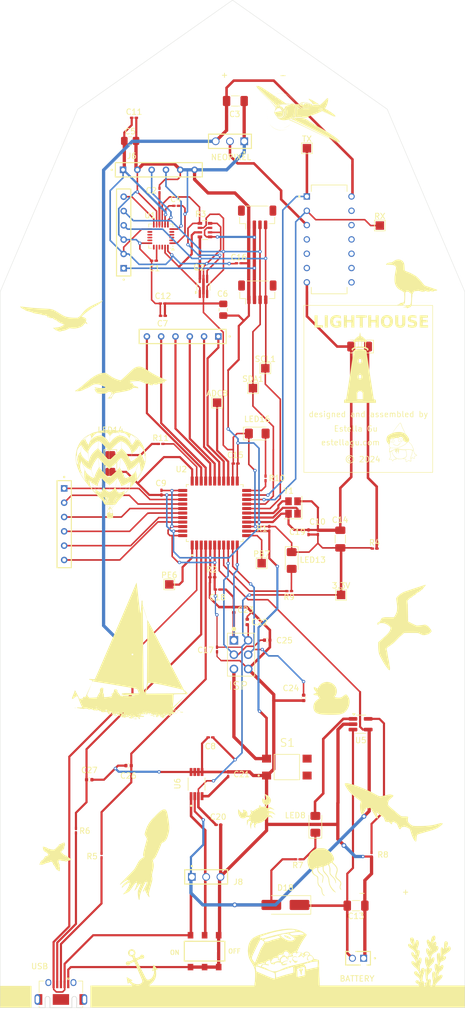
<source format=kicad_pcb>
(kicad_pcb (version 20240108) (generator "pcbnew") (generator_version "8.0")
  (title_block (title "Lighthouse") (date "2024-05-27") (company "Estella Gu"))
  (layers (0 "F.Cu" signal) (31 "B.Cu" signal) (34 "B.Paste" user) (35 "F.Paste" user) (36 "B.SilkS" user "B.Silkscreen") (37 "F.SilkS" user "F.Silkscreen") (38 "B.Mask" user) (39 "F.Mask" user) (44 "Edge.Cuts" user))
  (net 0 "")
  (net 1 "3.3V")
  (net 2 "Net-(U2-PD2(RX))")
  (net 3 "Net-(U2-PD3(TX))")
  (net 4 "/CPOUT")
  (net 5 "GND")
  (net 6 "/REGOUT")
  (net 7 "5V")
  (net 8 "V_BATT")
  (net 9 "Net-(U6-BYP)")
  (net 10 "Net-(U2-PB3(MISO))")
  (net 11 "Net-(U2-PB2(MOSI))")
  (net 12 "Net-(U2-PB1(SCK))")
  (net 13 "/D+")
  (net 14 "/D-")
  (net 15 "/SDA")
  (net 16 "VCC")
  (net 17 "/SCL")
  (net 18 "Net-(U2-PD6(ADC9))")
  (net 19 "Net-(U2-PB6(ADC13))")
  (net 20 "Net-(U2-PB7)")
  (net 21 "Net-(S1-2)")
  (net 22 "Net-(U2-PF7(ADC7))")
  (net 23 "Net-(U2-PF6(ADC6))")
  (net 24 "Net-(U2-PF5(ADC5))")
  (net 25 "Net-(U2-PF0(ADC0))")
  (net 26 "Net-(U2-PF1(ADC1))")
  (net 27 "Net-(U2-PF4(ADC4))")
  (net 28 "Net-(U2-PB5(ADC12))")
  (net 29 "Net-(U2-PD4(ADC8))")
  (net 30 "Net-(U2-PC6)")
  (net 31 "Net-(U2-PE6)")
  (net 32 "Net-(U2-PD7(ADC10))")
  (net 33 "Net-(U2-PB4(ADC11))")
  (net 34 "/INT")
  (net 35 "/SCL_EXT")
  (net 36 "/SDA_EXT")
  (net 37 "Net-(U6-EN)")
  (net 38 "Net-(LED1-A)")
  (net 39 "Net-(LED8-C)")
  (net 40 "Net-(LED8-A)")
  (net 41 "Net-(LED13-C)")
  (net 42 "Net-(LED14-A)")
  (net 43 "Net-(LED16-C)")
  (net 44 "/SDA_3V")
  (net 45 "/SCL_3V")
  (net 46 "Net-(U5-PROG)")
  (net 47 "/RX_LED")
  (net 48 "/TX_LED")
  (net 49 "/USER_LED")
  (net 61 "Net-(U2-XTAL1)")
  (net 62 "Net-(U2-XTAL2)")
  (net 63 "Net-(NEOPIXEL1-Pad02)")
  (net 64 "Net-(USB1-D+)")
  (net 65 "Net-(USB1-USBID)")
  (footprint "Capacitor_SMD:C_0201_0603Metric_Pad0.64x0.40mm_HandSolder" (layer "F.Cu") (at 88.27 140.96 90)
    (property "Reference" "C9")
    (property "Value" ".1uF")
  )
  (footprint "Resistor_SMD:R_0201_0603Metric_Pad0.64x0.40mm_HandSolder" (layer "F.Cu") (at 125.590939 205.204839 90)
    (property "Reference" "R8")
    (property "Value" "10k")
  )
  (footprint "LED_SMD:LED_1206_3216Metric_Pad1.42x1.75mm_HandSolder" (layer "F.Cu") (at 123.470939 115.034839 180)
    (property "Reference" "LED1" (hide yes))
    (property "Value" "GREEN")
  )
  (footprint "MountingHole:MountingHole_3.2mm_M3" (layer "F.Cu") (at 135.82 214.91)
    (property "Reference" "H3" (hide yes))
    (property "Value" "MountingHole")
  )
  (footprint "LED_SMD:LED_1206_3216Metric_Pad1.42x1.75mm_HandSolder" (layer "F.Cu") (at 79.2 135.7825 -90)
    (property "Reference" "LED14")
    (property "Value" "RED")
  )
  (footprint "MountingHole:MountingHole_3.2mm_M3" (layer "F.Cu") (at 65.97 214.91)
    (property "Reference" "H2" (hide yes))
    (property "Value" "MountingHole")
  )
  (footprint "Capacitor_SMD:C_0201_0603Metric_Pad0.64x0.40mm_HandSolder" (layer "F.Cu") (at 98.383439 199.904839)
    (property "Reference" "C20")
    (property "Value" "C-EUC0603")
  )
  (footprint "1my_library:seagull4SS" (layer "F.Cu") (at 132.744533 103.974764)
    (property "Reference" "G***" (hide yes))
    (property "Value" "LOGO" (hide yes))
  )
  (footprint "Capacitor_SMD:C_0805_2012Metric_Pad1.18x1.45mm_HandSolder" (layer "F.Cu") (at 99.250939 108.504839 -90)
    (property "Reference" "C6")
    (property "Value" "10uF")
  )
  (footprint "Capacitor_SMD:C_0201_0603Metric_Pad0.64x0.40mm_HandSolder" (layer "F.Cu") (at 116.060939 147.994839 90)
    (property "Reference" "C10")
    (property "Value" "C-EUC0603")
  )
  (footprint "Resistor_SMD:R_0201_0603Metric_Pad0.64x0.40mm_HandSolder" (layer "F.Cu") (at 88.13 132.31)
    (property "Reference" "R11")
    (property "Value" "330")
  )
  (footprint "LED_SMD:LED_1206_3216Metric_Pad1.42x1.75mm_HandSolder" (layer "F.Cu") (at 115.610939 199.812339 90)
    (property "Reference" "LED8")
    (property "Value" "RED")
  )
  (footprint "TestPoint:TestPoint_Pad_1.5x1.5mm" (layer "F.Cu") (at 106.07 153.48)
    (property "Reference" "PB7")
    (property "Value" "SEWTAP9")
  )
  (footprint "TestPoint:TestPoint_Pad_1.5x1.5mm" (layer "F.Cu") (at 98.16 124.99)
    (property "Reference" "ADC8")
    (property "Value" "SEWTAP9")
  )
  (footprint "Capacitor_SMD:C_0201_0603Metric_Pad0.64x0.40mm_HandSolder" (layer "F.Cu") (at 114.390939 147.984839 90)
    (property "Reference" "C19")
    (property "Value" "C-EUC0603")
  )
  (footprint "Capacitor_SMD:C_0402_1005Metric" (layer "F.Cu") (at 107.050939 167.134839 180)
    (property "Reference" "C25")
    (property "Value" "10pF")
  )
  (footprint "Capacitor_SMD:C_0402_1005Metric" (layer "F.Cu") (at 75.440939 191.894839)
    (property "Reference" "C27")
    (property "Value" "10pF")
  )
  (footprint "Capacitor_SMD:C_0201_0603Metric_Pad0.64x0.40mm_HandSolder" (layer "F.Cu") (at 83.393439 74.444839)
    (property "Reference" "C11")
    (property "Value" "C-EUC0603")
  )
  (footprint "Capacitor_SMD:C_0201_0603Metric_Pad0.64x0.40mm_HandSolder" (layer "F.Cu") (at 87.920939 87.347339 90)
    (property "Reference" "C2")
    (property "Value" "0.1uF")
  )
  (footprint "Capacitor_SMD:C_1206_3216Metric_Pad1.33x1.80mm_HandSolder" (layer "F.Cu") (at 122.838439 214.242339 180)
    (property "Reference" "C13")
    (property "Value" "4.7uF")
  )
  (footprint "TestPoint:TestPoint_Pad_1.5x1.5mm" (layer "F.Cu") (at 104.52 122.42)
    (property "Reference" "SDA1")
    (property "Value" "SEWTAP9")
  )
  (footprint "Capacitor_SMD:C_0201_0603Metric_Pad0.64x0.40mm_HandSolder" (layer "F.Cu") (at 102.010939 100.254839)
    (property "Reference" "C16")
    (property "Value" "C-EUC0603")
  )
  (footprint "LED_SMD:LED_1206_3216Metric_Pad1.42x1.75mm_HandSolder" (layer "F.Cu") (at 111.400939 152.997339 -90)
    (property "Reference" "LED13")
    (property "Value" "RED")
  )
  (footprint "TestPoint:TestPoint_Pad_1.5x1.5mm" (layer "F.Cu") (at 106.720939 118.894839)
    (property "Reference" "SCL1")
    (property "Value" "SEWTAP9")
  )
  (footprint "Capacitor_SMD:C_0201_0603Metric_Pad0.64x0.40mm_HandSolder" (layer "F.Cu") (at 88.480939 107.394839)
    (property "Reference" "C12")
    (property "Value" ".1uF")
  )
  (footprint "Capacitor_SMD:C_0402_1005Metric" (layer "F.Cu") (at 82.430939 189.394839 180)
    (property "Reference" "C26")
    (property "Value" "10pF")
  )
  (footprint "1my_library:duckSS" (layer "F.Cu") (at 118.333462 177.382193)
    (property "Reference" "G***" (hide yes))
    (property "Value" "LOGO" (hide yes))
  )
  (footprint "1my_library:BBS-106-X-X" (layer "F.Cu") (at 87.800939 83.674839)
    (property "Reference" "J6")
    (property "Value" "BBS-106-X-X")
  )
  (footprint "Resistor_SMD:R_0201_0603Metric_Pad0.64x0.40mm_HandSolder" (layer "F.Cu") (at 77.630939 205.347339 -90)
    (property "Reference" "R5")
    (property "Value" "22")
  )
  (footprint "1my_library:boatSS" (layer "F.Cu") (at 82.434054 168.78796)
    (property "Reference" "G***" (hide yes))
    (property "Value" "LOGO" (hide yes))
  )
  (footprint "1my_library:BBS-106-X-X" (layer "F.Cu") (at 92.030939 113.244839 180)
    (property "Reference" "J4" (hide yes))
    (property "Value" "BBS-106-X-X")
  )
  (footprint "1my_library:magicfrogsilkscreenspace" (layer "F.Cu") (at 130.66 132.09)
    (property "Reference" "G***" (hide yes))
    (property "Value" "LOGO" (hide yes))
  )
  (footprint "1my_library:TSW-101-23-L-T" (layer "F.Cu") (at 102.980939 78.614839 90)
    (property "Reference" "NEOPIXEL")
    (property "Value" "TSW-101-23-L-T")
  )
  (footprint "Resistor_SMD:R_0201_0603Metric_Pad0.64x0.40mm_HandSolder" (layer "F.Cu") (at 126.133439 150.884839)
    (property "Reference" "R4")
    (property "Value" "10K")
  )
  (footprint "1my_library:MIC5219" (layer "F.Cu") (at 94.505939 192.669839 90)
    (property "Reference" "U6")
    (property "Value" "MIC5219")
  )
  (footprint "Diode_SMD:D_SMA_Handsoldering" (layer "F.Cu") (at 110.290939 214.114839 180)
    (property "Reference" "D18")
    (property "Value" "DIODE-SCHOTTKY-B340A")
  )
  (footprint "Connector_USB:USB_Micro-AB_Molex_47590-0001" (layer "F.Cu") (at 70.41 230.89)
    (property "Reference" "USB")
    (property "Value" "USB-ABCONN-11794")
    (fp_line (start -3.75 1.45) (end -2.8 1.45) (stroke (width 0.1)) (layer "Edge.Cuts"))
    (fp_line (start -2.8 -0.125) (end -2.8 1.45) (stroke (width 0.1)) (layer "Edge.Cuts"))
    (fp_line (start -1.95 -0.125) (end -1.95 1.45) (stroke (width 0.1)) (layer "Edge.Cuts"))
    (fp_line (start -1.95 1.45) (end 1.95 1.45) (stroke (width 0.1)) (layer "Edge.Cuts"))
    (fp_line (start 1.95 -0.125) (end 1.95 1.45) (stroke (width 0.1)) (layer "Edge.Cuts"))
    (fp_line (start 2.8 -0.125) (end 2.8 1.45) (stroke (width 0.1)) (layer "Edge.Cuts"))
    (fp_line (start 2.8 1.45) (end 3.75 1.45) (stroke (width 0.1)) (layer "Edge.Cuts"))
    (fp_arc (start -2.8 -0.125) (mid -2.375 -0.55) (end -1.95 -0.125) (stroke (width 0.1)) (layer "Edge.Cuts"))
    (fp_arc (start 1.95 -0.125) (mid 2.375 -0.55) (end 2.8 -0.125) (stroke (width 0.1)) (layer "Edge.Cuts"))
  )
  (footprint "LED_SMD:LED_1206_3216Metric_Pad1.42x1.75mm_HandSolder" (layer "F.Cu") (at 105.28 130.47)
    (property "Reference" "LED16")
    (property "Value" "RED")
  )
  (footprint "Resistor_SMD:R_0201_0603Metric_Pad0.64x0.40mm_HandSolder" (layer "F.Cu") (at 106.76 138.43 -90)
    (property "Reference" "R10")
    (property "Value" "330")
  )
  (footprint "Resistor_SMD:R_0201_0603Metric_Pad0.64x0.40mm_HandSolder" (layer "F.Cu") (at 110.95 158.43 180)
    (property "Reference" "R9")
    (property "Value" "330")
  )
  (footprint "1my_library:TSW-101-23-L-T" (layer "F.Cu") (at 93.67 209.14 -90)
    (property "Reference" "J8")
    (property "Value" "TSW-101-23-L-T")
  )
  (footprint "TestPoint:TestPoint_Pad_1.5x1.5mm" (layer "F.Cu") (at 127.060939 93.564839)
    (property "Reference" "RX")
    (property "Value" "SEWTAP9")
  )
  (footprint "Connector_JST:JST_SH_BM04B-SRSS-TB_1x04-1MP_P1.00mm_Vertical" (layer "F.Cu") (at 105.270939 92.114839)
    (property "Reference" "CONN3" (hide yes))
    (property "Value" "STEMMA_I2C_QT")
  )
  (footprint "1my_library:67997-206HLF" (layer "F.Cu") (at 102.410939 169.709839 -90)
    (property "Reference" "ISP")
    (property "Value" "67997-206HLF")
  )
  (footprint "Connector_JST:JST_SH_BM04B-SRSS-TB_1x04-1MP_P1.00mm_Vertical" (layer "F.Cu") (at 105.300939 105.409839)
    (property "Reference" "CONN4" (hide yes))
    (property "Value" "STEMMA_I2C_QT")
  )
  (footprint "1my_library:BBS-106-X-X" (layer "F.Cu") (at 81.560939 94.794839 90)
    (property "Reference" "J5" (hide yes))
    (property "Value" "BBS-106-X-X")
  )
  (footprint "TestPoint:TestPoint_Pad_1.5x1.5mm" (layer "F.Cu") (at 114.11 79.85)
    (property "Reference" "TX")
    (property "Value" "SEWTAP9")
  )
  (footprint "1my_library:MTMM-102-06-L-S-250" (layer "F.Cu") (at 124.190939 223.574839 180)
    (property "Reference" "BATTERY")
    (property "Value" "MTMM-102-06-L-S-250")
  )
  (footprint "Capacitor_SMD:C_0201_0603Metric_Pad0.64x0.40mm_HandSolder" (layer "F.Cu") (at 98.14 168.7875 -90)
    (property "Reference" "C17")
    (property "Value" "C-EUC0603")
  )
  (footprint "1my_library:seagull1SS" (layer "F.Cu") (at 131.05 164.91)
    (property "Reference" "G***" (hide yes))
    (property "Value" "LOGO" (hide yes))
  )
  (footprint "Capacitor_SMD:C_0805_2012Metric_Pad1.18x1.45mm_HandSolder" (layer "F.Cu") (at 82.710939 78.544839)
    (property "Reference" "C5")
    (property "Value" "10uF")
  )
  (footprint "Resistor_SMD:R_0201_0603Metric_Pad0.64x0.40mm_HandSolder" (layer "F.Cu") (at 112.503439 206.014839 180)
    (property "Reference" "R7")
    (property "Value" "330")
  )
  (footprint "1my_library:BBS-106-X-X" (layer "F.Cu") (at 70.990939 146.554839 -90)
    (property "Reference" "J3" (hide yes))
    (property "Value" "BBS-106-X-X")
  )
  (footprint "Resistor_SMD:R_0201_0603Metric_Pad0.64x0.40mm_HandSolder" (layer "F.Cu") (at 73.08 200.94 -90)
    (property "Reference" "R6")
    (property "Value" "22")
  )
  (footprint "1my_library:crabSS" (layer "F.Cu") (at 105.41 197.7 30)
    (property "Reference" "G***" (hide yes))
    (property "Value" "LOGO" (hide yes))
  )
  (footprint "1my_library:jellyfishSS" (layer "F.Cu") (at 117.01 208.27)
    (property "Reference" "G***" (hide yes))
    (property "Value" "LOGO" (hide yes))
  )
  (footprint "Crystal:Crystal_SMD_SeikoEpson_TSX3225-4Pin_3.2x2.5mm" (layer "F.Cu") (at 111.64 143.59 90)
    (property "Reference" "Y1")
    (property "Value" "Crystal_GND24")
  )
  (footprint "Capacitor_SMD:C_0201_0603Metric_Pad0.64x0.40mm_HandSolder" (layer "F.Cu") (at 88.528439 109.584839 180)
    (property "Reference" "C7")
    (property "Value" "0.1uF")
  )
  (footprint "Capacitor_SMD:C_0402_1005Metric" (layer "F.Cu") (at 113.530939 177.374839 -90)
    (property "Reference" "C24")
    (property "Value" "10pF")
  )
  (footprint "Capacitor_SMD:C_0201_0603Metric_Pad0.64x0.40mm_HandSolder" (layer "F.Cu") (at 101.44 135.8)
    (property "Reference" "C15")
    (property "Value" "C-EUC0603")
  )
  (footprint "Capacitor_SMD:C_1206_3216Metric_Pad1.33x1.80mm_HandSolder" (layer "F.Cu") (at 101.400939 71.464839 180)
    (property "Reference" "C3")
    (property "Value" "4.7uF")
  )
  (footprint "1my_library:squidSS" (layer "F.Cu") (at 86.016929 204.924492 -15)
    (property "Reference" "G***" (hide yes))
    (property "Value" "LOGO" (hide yes))
  )
  (footprint "1my_library:anchorSS" (layer "F.Cu") (at 84.197819 225.450374 25)
    (property "Reference" "G***" (hide yes))
    (property "Value" "LOGO" (hide yes))
  )
  (footprint "Capacitor_SMD:C_0201_0603Metric_Pad0.64x0.40mm_HandSolder" (layer "F.Cu") (at 96.980939 184.384839 180)
    (property "Reference" "C8")
    (property "Value" "0.1uF")
  )
  (footprint "Package_TO_SOT_SMD:SOT-23-5_HandSoldering" (layer "F.Cu") (at 123.640939 182.047339)
    (property "Reference" "U5")
    (property "Value" "MCP73831")
  )
  (footprint "1my_library:starfishSS" (layer "F.Cu") (at 69.402887 205.238386 -25)
    (property "Reference" "G***" (hide yes))
    (property "Value" "LOGO" (hide yes))
  )
  (footprint "1my_library:ATMEGA32U4-AUR" (layer "F.Cu") (at 97.73 144.58 90)
    (property "Reference" "U2")
    (property "Value" "ATMEGA32U41:1-LESS_PASTE")
  )
  (footprint "MountingHole:MountingHole_3.2mm_M3" (layer "F.Cu") (at 65.97 184.7475)
    (property "Reference" "H1" (hide yes))
    (property "Value" "MountingHole")
  )
  (footprint "TestPoint:TestPoint_Pad_1.5x1.5mm" (layer "F.Cu") (at 89.66 157.24)
    (property "Reference" "PE6")
    (property "Value" "SEWTAP9")
  )
  (footprint "TestPoint:TestPoint_Pad_1.5x1.5mm" (layer "F.Cu") (at 120.180939 159.104839)
    (property "Reference" "3.3V")
    (property "Value" "SEWTAP9")
  )
  (footprint "1my_library:AYZ0202" (layer "F.Cu") (at 95.930939 222.317339)
    (property "Reference" "ON")
    (property "Value" "SWITCH-DPDTAYZ0202")
  )
  (footprint "1my_library:DIP794W45P254L1930H508Q14" (layer "F.Cu") (at 118.060939 96.024839)
    (property "Reference" "U7" (hide yes))
    (property "Value" "74AHCT125")
  )
  (footprint "Sensor_Motion:InvenSense_QFN-24_4x4mm_P0.5mm" (layer "F.Cu") (at 88.160939 95.444839 180)
    (property "Reference" "U1")
    (property "Value" "MPU-6050")
  )
  (footprint "Capacitor_SMD:C_0201_0603Metric_Pad0.64x0.40mm_HandSolder" (layer "F.Cu") (at 86.928439 99.804839 180)
    (property "Reference" "C1")
    (property "Value" "2.2nF")
  )
  (footprint "MountingHole:MountingHole_3.2mm_M3" (layer "F.Cu") (at 135.82 184.7475)
    (property "Reference" "H4" (hide yes))
    (property "Value" "MountingHole")
  )
  (footprint "Resistor_SMD:R_0201_0603Metric_Pad0.64x0.40mm_HandSolder" (layer "F.Cu") (at 107.43 147.38 -90)
    (property "Reference" "R1")
    (property "Value" "10k")
  )
  (footprint "1my_library:seagull3SS" (layer "F.Cu") (at 70.72 109.8)
    (property "Reference" "G***" (hide yes))
    (property "Value" "LOGO" (hide yes))
  )
  (footprint "Capacitor_SMD:C_0201_0603Metric_Pad0.64x0.40mm_HandSolder" (layer "F.Cu") (at 98.26 158.15 180)
    (property "Reference" "C18")
    (property "Value" "1uF")
  )
  (footprint "Package_TO_SOT_SMD:SOT-363_SC-70-6_Handsoldering" (layer "F.Cu") (at 95.730939 104.354839 90)
    (property "Reference" "Q2")
    (property "Value" "BSS138")
  )
  (footprint "1my_library:planeSS" (layer "F.Cu") (at 112.56511 73.865624)
    (property "Reference" "G***" (hide yes))
    (property "Value" "LOGO" (hide yes))
  )
  (footprint "1my_library:hotairballoonSS" (layer "F.Cu") (at 79.298111 137.762195)
    (property "Reference" "G***" (hide yes))
    (property "Value" "LOGO" (hide yes))
  )
  (footprint "1my_library:seaweedSS" (layer "F.Cu") (at 135.83 224.54)
    (property "Reference" "G***" (hide yes))
    (property "Value" "LOGO" (hide yes))
  )
  (footprint "Capacitor_SMD:C_0201_0603Metric_Pad0.64x0.40mm_HandSolder" (layer "F.Cu") (at 100.120939 190.912339 -90)
    (property "Reference" "C21")
    (property "Value" "470pF")
  )
  (footprint "Resistor_SMD:R_Array_Convex_4x0603" (layer "F.Cu") (at 96.000939 94.374839 180)
    (property "Reference" "R3")
    (property "Value" "10K")
  )
  (footprint "Resistor_SMD:R_0201_0603Metric_Pad0.64x0.40mm_HandSolder" (layer "F.Cu") (at 97.31 155.97 180)
    (property "Reference" "R2")
    (property "Value" "10K")
  )
  (footprint "Capacitor_SMD:C_0402_1005Metric" (layer "F.Cu") (at 103.510939 163.904839 -90)
    (property "Reference" "C22")
    (property "Value" "2.2uF")
  )
  (footprint "1my_library:seagull2SS" (layer "F.Cu") (at 81.01 121.13)
    (property "Reference" "G***" (hide yes))
    (property "Value" "LOGO" (hide yes))
  )
  (footprint "1my_library:sharkSS" (layer "F.Cu") (at 128.79 197.52 -30)
    (property "Reference" "G***" (hide yes))
    (property "Value" "LOGO" (hide yes))
  )
  (footprint "1my_library:treasureboxSS" (layer "F.Cu") (at 110.078692 224.488302)
    (property "Reference" "G***" (hide yes))
    (property "Value" "LOGO" (hide yes))
  )
  (footprint "1my_library:lighthouseSS" (layer "F.Cu") (at 123.63549 118.836384)
    (property "Reference" "G***" (hide yes))
    (property "Value" "LOGO" (hide yes))
  )
  (footprint "Capacitor_SMD:C_1206_3216Metric_Pad1.33x1.80mm_HandSolder" (layer "F.Cu") (at 120.040939 149.194839 -90)
    (property "Reference" "C14")
    (property "Value" "4.7uF")
  )
  (footprint "1my_library:SW_TL3305BF160QG" (layer "F.Cu") (at 110.540939 189.654839)
    (property "Reference" "S1")
    (property "Value" "TL3305BF160QG")
  )
  (footprint "Capacitor_SMD:C_0402_1005Metric" (layer "F.Cu") (at 101.110939 161.744839 90)
    (property "Reference" "C23")
    (property "Value" "10pF")
  )
  (footprint "Capacitor_SMD:C_0201_0603Metric_Pad0.64x0.40mm_HandSolder" (layer "F.Cu") (at 90.878439 90.064839 180)
    (property "Reference" "C4")
    (property "Value" ".1uF")
  )
  (gr_rect (start 113.57 107.74) (end 136.45 137.37) (stroke (width 0.1)) (fill none) (layer "F.SilkS"))
  (gr_rect (start 59.64 228.53) (end 65.14 232.32) (stroke (width 0.1)) (fill solid) (layer "F.SilkS"))
  (gr_rect (start 75.7 228.46) (end 142.14 232.25) (stroke (width 0.1)) (fill solid) (layer "F.SilkS"))
  (gr_line (start 59.62 105.31) (end 59.62 232.34) (stroke (width 0.05)) (layer "Edge.Cuts"))
  (gr_line (start 100.895 53.57) (end 128.38 72.93) (stroke (width 0.05)) (layer "Edge.Cuts"))
  (gr_line (start 142.16 232.33) (end 142.16 105.33) (stroke (width 0.05)) (layer "Edge.Cuts"))
  (gr_line (start 128.38 72.93) (end 142.16 105.33) (stroke (width 0.05)) (layer "Edge.Cuts"))
  (gr_line (start 59.62 232.34) (end 142.17 232.34) (stroke (width 0.05)) (layer "Edge.Cuts"))
  (gr_line (start 73.4 72.93) (end 100.895 53.57) (stroke (width 0.05)) (layer "Edge.Cuts"))
  (gr_line (start 59.62 105.31) (end 73.4 72.93) (stroke (width 0.05)) (layer "Edge.Cuts"))
  (gr_text "-\n\n" (at 109.870939 67.694839 0) (layer "F.SilkS") (effects (font (size 1 1))))
  (gr_text "+\n" (at 99.470939 66.834839 0) (layer "F.SilkS") (effects (font (size 1 1))))
  (gr_text "-\n" (at 123.900939 211.994839 0) (layer "F.SilkS") (effects (font (size 1 1))))
  (gr_text "LIGHTHOUSE" (at 115.21 112.03 0) (layer "F.SilkS") (effects (font (size 2.132 2.032) (thickness 0.3) (bold yes)) (justify left bottom)))
  (gr_text "designed and assembled by\n\n" (at 114.34 129.25 0) (layer "F.SilkS") (effects (font (size 1 1) (thickness 0.127)) (justify left bottom)))
  (gr_text "© 2024\n" (at 120.8 135.64 0) (layer "F.SilkS") (effects (font (size 1 1) (thickness 0.127)) (justify left bottom)))
  (gr_text "Estella Gu" (at 118.83 130.2 0) (layer "F.SilkS") (effects (font (size 1 1) (thickness 0.127)) (justify left bottom)))
  (gr_text "estellagu.com" (at 116.55 132.64 0) (layer "F.SilkS") (effects (font (size 1 1) (thickness 0.127)) (justify left bottom)))
  (gr_text "+\n\n" (at 131.640939 212.584839 0) (layer "F.SilkS") (effects (font (size 1 1))))
  (gr_text "OFF\n" (at 101.23 222.33 0) (layer "F.SilkS") (effects (font (size 0.8001 0.787402))))
  (segment (start 98.797959 95.341687) (end 98.797959 97.837819) (width 0.2794) (layer "F.Cu") (net 1))
  (segment (start 90.18 148.58) (end 90.18 152.27) (width 0.2794) (layer "F.Cu") (net 1))
  (segment (start 94.830939 196.759839) (end 97.975939 199.904839) (width 0.4572) (layer "F.Cu") (net 1))
  (segment (start 101.0325 131.1475) (end 101.71 130.47) (width 0.2794) (layer "F.Cu") (net 1))
  (segment (start 91.29 153.38) (end 91.44 153.38) (width 0.2794) (layer "F.Cu") (net 1))
  (segment (start 111.400939 149.868313) (end 111.400939 151.509839) (width 0.2794) (layer "F.Cu") (net 1))
  (segment (start 111.400939 149.868313) (end 108.505126 146.9725) (width 0.2794) (layer "F.Cu") (net 1))
  (segment (start 97.670939 94.774839) (end 97.530939 94.774839) (width 0.2794) (layer "F.Cu") (net 1))
  (segment (start 100.290939 100.324839) (end 101.533439 100.324839) (width 0.2794) (layer "F.Cu") (net 1))
  (segment (start 88.2975 140.58) (end 88.27 140.5525) (width 0.2794) (layer "F.Cu") (net 1))
  (segment (start 88.910939 91.701859) (end 88.997959 91.614839) (width 0.2794) (layer "F.Cu") (net 1))
  (segment (start 114.485939 151.509839) (end 116.060939 149.934839) (width 0.2794) (layer "F.Cu") (net 1))
  (segment (start 101.353439 188.349839) (end 101.355939 188.349839) (width 0.381) (layer "F.Cu") (net 1))
  (segment (start 100.93 138.9) (end 100.93 135.9025) (width 0.2794) (layer "F.Cu") (net 1))
  (segment (start 88.910939 93.494839) (end 88.910939 91.701859) (width 0.2794) (layer "F.Cu") (net 1))
  (segment (start 81.673439 78.544839) (end 81.673439 83.452339) (width 0.5842) (layer "F.Cu") (net 1))
  (segment (start 114.390939 148.392339) (end 116.050939 148.392339) (width 0.381) (layer "F.Cu") (net 1))
  (segment (start 97.73 153.35) (end 97.73 155.9575) (width 0.381) (layer "F.Cu") (net 1))
  (segment (start 90.18 152.27) (end 91.29 153.38) (width 0.2794) (layer "F.Cu") (net 1))
  (segment (start 89.45 148.25) (end 89.78 148.58) (width 0.2794) (layer "F.Cu") (net 1))
  (segment (start 84.770939 94.194839) (end 81.560939 97.404839) (width 0.2794) (layer "F.Cu") (net 1))
  (segment (start 116.060939 149.934839) (end 116.890939 150.764839) (width 0.2794) (layer "F.Cu") (net 1))
  (segment (start 103.7925 130.47) (end 103.7925 135.9525) (width 0.2794) (layer "F.Cu") (net 1))
  (segment (start 89.78 148.58) (end 90.18 148.58) (width 0.2794) (layer "F.Cu") (net 1))
  (segment (start 103.925161 159.104839) (end 103.9 159.13) (width 0.2794) (layer "F.Cu") (net 1))
  (segment (start 94.830939 193.564839) (end 96.300939 192.094839) (width 0.2794) (layer "F.Cu") (net 1))
  (segment (start 103.680939 167.169839) (end 103.680939 164.554839) (width 0.2794) (layer "F.Cu") (net 1))
  (segment (start 98.797959 93.821859) (end 98.150939 93.174839) (width 0.2794) (layer "F.Cu") (net 1))
  (segment (start 101.0325 135.8) (end 101.0325 133.34) (width 0.2794) (layer "F.Cu") (net 1))
  (segment (start 102.470778 168.38) (end 103.680939 167.169839) (width 0.2032) (layer "F.Cu") (net 1))
  (segment (start 97.86 158.1575) (end 97.8525 158.15) (width 0.2032) (layer "F.Cu") (net 1))
  (segment (start 97.73 155.9575) (end 97.7175 155.97) (width 0.381) (layer "F.Cu") (net 1))
  (segment (start 81.560939 97.404839) (end 81.560939 98.604839) (width 0.2794) (layer "F.Cu") (net 1))
  (segment (start 97.530939 94.774839) (end 98.797959 94.774839) (width 0.2794) (layer "F.Cu") (net 1))
  (segment (start 97.7175 155.97) (end 97.7175 158.015) (width 0.381) (layer "F.Cu") (net 1))
  (segment (start 89.410939 98.114839) (end 90.080939 98.784839) (width 0.2794) (layer "F.Cu") (net 1))
  (segment (start 95.730939 103.024839) (end 95.730939 105.684839) (width 0.4572) (layer "F.Cu") (net 1))
  (segment (start 103.680939 164.554839) (end 103.510939 164.384839) (width 0.2794) (layer "F.Cu") (net 1))
  (segment (start 100.03 133.32) (end 101.0125 133.32) (width 0.2794) (layer "F.Cu") (net 1))
  (segment (start 88.888439 109.537339) (end 88.935939 109.584839) (width 0.381) (layer "F.Cu") (net 1))
  (segment (start 90.080939 98.784839) (end 90.096025 98.769753) (width 0.2794) (layer "F.Cu") (net 1))
  (segment (start 120.180939 159.104839) (end 103.925161 159.104839) (width 0.2794) (layer "F.Cu") (net 1))
  (segment (start 92.05 140.58) (end 88.2975 140.58) (width 0.2794) (layer "F.Cu") (net 1))
  (segment (start 97.86 159.32) (end 97.86 158.1575) (width 0.2032) (layer "F.Cu") (net 1))
  (segment (start 101.0325 133.34) (end 101.0325 131.1475) (width 0.2794) (layer "F.Cu") (net 1))
  (segment (start 98.150939 93.174839) (end 96.900939 93.174839) (width 0.2794) (layer "F.Cu") (net 1))
  (segment (start 89.020939 90.644839) (end 89.600939 90.064839) (width 0.2794) (layer "F.Cu") (net 1))
  (segment (start 108.505126 146.9725) (end 107.43 146.9725) (width 0.2794) (layer "F.Cu") (net 1))
  (segment (start 95.730939 107.404839) (end 95.730939 108.984839) (width 0.2794) (layer "F.Cu") (net 1))
  (segment (start 91.44 153.38) (end 91.47 153.35) (width 0.2794) (layer "F.Cu") (net 1))
  (segment (start 95.730939 108.984839) (end 99.251959 112.505859) (width 0.2794) (layer "F.Cu") (net 1))
  (segment (start 120.040939 150.757339) (end 125.598439 150.757339) (width 0.2794) (layer "F.Cu") (net 1))
  (segment (start 96.315939 100.319839) (end 95.730939 100.904839) (width 0.2794) (layer "F.Cu") (net 1))
  (segment (start 98.14 168.38) (end 102.470778 168.38) (width 0.2032) (layer "F.Cu") (net 1))
  (segment (start 97.73 150.26) (end 97.73 153.35) (width 0.381) (layer "F.Cu") (net 1))
  (segment (start 92.05 146.98) (end 90.07 146.98) (width 0.2794) (layer "F.Cu") (net 1))
  (segment (start 98.797959 97.837819) (end 96.315939 100.319839) (width 0.2794) (layer "F.Cu") (net 1))
  (segment (start 95.730939 100.904839) (end 95.730939 103.024839) (width 0.2794) (layer "F.Cu") (net 1))
  (segment (start 98.797959 95.341687) (end 98.797959 94.774839) (width 0.2794) (layer "F.Cu") (net 1))
  (segment (start 118.588439 150.757339) (end 120.040939 150.757339) (width 0.2794) (layer "F.Cu") (net 1))
  (segment (start 95.730939 107.404839) (end 95.730939 105.684839) (width 0.2794) (layer "F.Cu") (net 1))
  (segment (start 88.888439 107.394839) (end 95.828439 107.394839) (width 0.381) (layer "F.Cu") (net 1))
  (segment (start 101.0125 133.32) (end 101.0325 133.34) (width 0.2794) (layer "F.Cu") (net 1))
  (segment (start 94.830939 194.814839) (end 94.830939 196.759839) (width 0.4572) (layer "F.Cu") (net 1))
  (segment (start 101.71 130.47) (end 103.7925 130.47) (width 0.2794) (layer "F.Cu") (net 1))
  (segment (start 99.251959 132.541959) (end 100.03 133.32) (width 0.2794) (layer "F.Cu") (net 1))
  (segment (start 82.985939 75.739839) (end 81.673439 77.052339) (width 0.381) (layer "F.Cu") (net 1))
  (segment (start 89.410939 97.394839) (end 89.410939 98.114839) (width 0.2794) (layer "F.Cu") (net 1))
  (segment (start 95.85 107.39) (end 99.2 107.39) (width 0.381) (layer "F.Cu") (net 1))
  (segment (start 98.797959 94.774839) (end 98.797959 93.821859) (width 0.2794) (layer "F.Cu") (net 1))
  (segment (start 103.7925 135.9525) (end 104.88 137.04) (width 0.2794) (layer "F.Cu") (net 1))
  (segment (start 97.388439 184.384839) (end 101.353439 188.349839) (width 0.381) (layer "F.Cu") (net 1))
  (segment (start 88.997959 91.614839) (end 89.020939 91.591859) (width 0.2794) (layer "F.Cu") (net 1))
  (segment (start 99.251959 112.505859) (end 99.251959 132.541959) (width 0.2794) (layer "F.Cu") (net 1))
  (segment (start 81.673439 83.452339) (end 81.450939 83.674839) (width 0.5842) (layer "F.Cu") (net 1))
  (segment (start 82.985939 74.444839) (end 82.985939 75.739839) (width 0.381) (layer "F.Cu") (net 1))
  (segment (start 116.060939 149.934839) (end 116.060939 148.402339) (width 0.2794) (layer "F.Cu") (net 1))
  (segment (start 120.180939 150.897339) (end 120.040939 150.757339) (width 0.4572) (layer "F.Cu") (net 1))
  (segment (start 120.180939 159.104839) (end 120.180939 150.897339) (width 0.4572) (layer "F.Cu") (net 1))
  (segment (start 101.533439 100.324839) (end 101.603439 100.254839) (width 0.2794) (layer "F.Cu") (net 1))
  (segment (start 90.18 148.58) (end 92.05 148.58) (width 0.2794) (layer "F.Cu") (net 1))
  (segment (start 97.7175 158.015) (end 97.8525 158.15) (width 0.381) (layer "F.Cu") (net 1))
  (segment (start 116.890939 150.764839) (end 118.580939 150.764839) (width 0.2794) (layer "F.Cu") (net 1))
  (segment (start 89.45 147.6) (end 89.45 148.25) (width 0.2794) (layer "F.Cu") (net 1))
  (segment (start 86.210939 94.194839) (end 84.770939 94.194839) (width 0.2794) (layer "F.Cu") (net 1))
  (segment (start 98.14 168.38) (end 98.14 162.66) (width 0.2032) (layer "F.Cu") (net 1))
  (segment (start 94.830939 194.814839) (end 94.830939 193.564839) (width 0.2794) (layer "F.Cu") (net 1))
  (segment (start 116.050939 148.392339) (end 116.060939 148.402339) (width 0.381) (layer "F.Cu") (net 1))
  (segment (start 107.43 146.9725) (end 104.97 146.9725) (width 0.2794) (layer "F.Cu") (net 1))
  (segment (start 88.888439 107.394839) (end 88.888439 109.537339) (width 0.381) (layer "F.Cu") (net 1))
  (segment (start 90.07 146.98) (end 89.45 147.6) (width 0.2794) (layer "F.Cu") (net 1))
  (segment (start 104.97 146.9725) (end 103.4175 146.9725) (width 0.2794) (layer "F.Cu") (net 1))
  (segment (start 89.020939 91.591859) (end 89.020939 90.644839) (width 0.2794) (layer "F.Cu") (net 1))
  (segment (start 100.93 135.9025) (end 101.0325 135.8) (width 0.2794) (layer "F.Cu") (net 1))
  (segment (start 103.4175 146.9725) (end 103.41 146.98) (width 0.2794) (layer "F.Cu") (net 1))
  (segment (start 98.14 162.66) (end 98.12 162.64) (width 0.2032) (layer "F.Cu") (net 1))
  (segment (start 111.400939 151.509839) (end 114.485939 151.509839) (width 0.2794) (layer "F.Cu") (net 1))
  (segment (start 97.530939 94.774839) (end 96.900939 94.774839) (width 0.2794) (layer "F.Cu") (net 1))
  (segment (start 118.580939 150.764839) (end 118.588439 150.757339) (width 0.2794) (layer "F.Cu") (net 1))
  (segment (start 81.673439 77.052339) (end 81.673439 78.544839) (width 0.381) (layer "F.Cu") (net 1))
  (segment (start 96.300939 192.094839) (end 97.510939 192.094839) (width 0.2794) (layer "F.Cu") (net 1))
  (segment (start 125.598439 150.757339) (end 125.725939 150.884839) (width 0.2794) (layer "F.Cu") (net 1))
  (segment (start 89.600939 90.064839) (end 90.470939 90.064839) (width 0.2794) (layer "F.Cu") (net 1))
  (via (at 101.355939 188.349839) (size 0.6) (drill 0.3) (layers "F.Cu" "B.Cu") (net 1))
  (via (at 104.88 137.04) (size 0.6) (drill 0.3) (layers "F.Cu" "B.Cu") (net 1))
  (via (at 98.12 162.64) (size 0.6) (drill 0.3) (layers "F.Cu" "B.Cu") (net 1))
  (via (at 97.86 159.32) (size 0.6) (drill 0.3) (layers "F.Cu" "B.Cu") (net 1))
  (via (at 97.73 153.35) (size 0.6) (drill 0.3) (layers "F.Cu" "B.Cu") (net 1))
  (via (at 97.510939 192.094839) (size 0.6) (drill 0.3) (layers "F.Cu" "B.Cu") (net 1))
  (via (at 104.97 146.9725) (size 0.6) (drill 0.3) (layers "F.Cu" "B.Cu") (net 1))
  (via (at 90.096025 98.769753) (size 0.6) (drill 0.3) (layers "F.Cu" "B.Cu") (net 1))
  (via (at 88.997959 91.614839) (size 0.6) (drill 0.3) (layers "F.Cu" "B.Cu") (net 1))
  (via (at 90.13 146.92) (size 0.6) (drill 0.3) (layers "F.Cu" "B.Cu") (net 1))
  (via (at 90.13 140.61) (size 0.6) (drill 0.3) (layers "F.Cu" "B.Cu") (net 1))
  (via (at 91.47 153.35) (size 0.6) (drill 0.3) (layers "F.Cu" "B.Cu") (net 1))
  (via (at 100.290939 100.324839) (size 0.6) (drill 0.3) (layers "F.Cu" "B.Cu") (net 1))
  (via (at 103.9 159.13) (size 0.6) (drill 0.3) (layers "F.Cu" "B.Cu") (net 1))
  (via (at 96.315939 100.319839) (size 0.6) (drill 0.3) (layers "F.Cu" "B.Cu") (net 1))
  (segment (start 102.72 166.2089) (end 103.680939 167.169839) (width 0.2794) (layer "B.Cu") (net 1))
  (segment (start 90.096025 98.769753) (end 90.096025 99.389753) (width 0.2794) (layer "B.Cu") (net 1))
  (segment (start 88.877959 91.031859) (end 81.690939 83.844839) (width 0.381) (layer "B.Cu") (net 1))
  (segment (start 81.810939 83.674839) (end 81.450939 83.674839) (width 0.2794) (layer "B.Cu") (net 1))
  (segment (start 90.096025 99.389753) (end 89.030939 100.454839) (width 0.2794) (layer "B.Cu") (net 1))
  (segment (start 102.72 160.08) (end 102.72 166.2089) (width 0.2794) (layer "B.Cu") (net 1))
  (segment (start 81.450939 83.674839) (end 81.450939 85.084839) (width 0.2794) (layer "B.Cu") (net 1))
  (segment (start 96.315939 100.319839) (end 100.285939 100.319839) (width 0.2794) (layer "B.Cu") (net 1))
  (segment (start 90.13 140.61) (end 90.13 146.679828) (width 0.2794) (layer "B.Cu") (net 1))
  (segment (start 84.300939 100.454839) (end 82.450939 98.604839) (width 0.2794) (layer "B.Cu") (net 1))
  (segment (start 102.578119 187.127659) (end 102.578119 168.272659) (width 0.2794) (layer "B.Cu") (net 1))
  (segment (start 104.88 137.04) (end 104.88 146.8825) (width 0.2794) (layer "B.Cu") (net 1))
  (segment (start 88.997959 91.151859) (end 88.877959 91.031859) (width 0.381) (layer "B.Cu") (net 1))
  (segment (start 89.030939 100.454839) (end 84.300939 100.454839) (width 0.2794) (layer "B.Cu") (net 1))
  (segment (start 97.610939 192.094839) (end 101.355939 188.349839) (width 0.2794) (layer "B.Cu") (net 1))
  (segment (start 101.355939 188.349839) (end 102.578119 187.127659) (width 0.2794) (layer "B.Cu") (net 1))
  (segment (start 103.9 159.13) (end 103.67 159.13) (width 0.2794) (layer "B.Cu") (net 1))
  (segment (start 88.997959 91.614839) (end 88.997959 91.151859) (width 0.381) (layer "B.Cu") (net 1))
  (segment (start 79.160939 87.374839) (end 79.160939 96.204839) (width 0.2794) (layer "B.Cu") (net 1))
  (segment (start 91.646111 100.319839) (end 96.315939 100.319839) (width 0.2794) (layer "B.Cu") (net 1))
  (segment (start 90.13 146.679828) (end 90.250086 146.799914) (width 0.2794) (layer "B.Cu") (net 1))
  (segment (start 79.160939 96.204839) (end 81.560939 98.604839) (width 0.2794) (layer "B.Cu") (net 1))
  (segment (start 91.47 153.35) (end 97.73 153.35) (width 0.2794) (layer "B.Cu") (net 1))
  (segment (start 81.450939 85.084839) (end 79.160939 87.374839) (width 0.2794) (layer "B.Cu") (net 1))
  (segment (start 104.88 146.8825) (end 104.97 146.9725) (width 0.2794) (layer "B.Cu") (net 1))
  (segment (start 82.450939 98.604839) (end 81.560939 98.604839) (width 0.2794) (layer "B.Cu") (net 1))
  (segment (start 103.67 159.13) (end 102.72 160.08) (width 0.2794) (layer "B.Cu") (net 1))
  (segment (start 98.12 162.64) (end 97.86 162.38) (width 0.2032) (layer "B.Cu") (net 1))
  (segment (start 100.285939 100.319839) (end 100.290939 100.324839) (width 0.2794) (layer "B.Cu") (net 1))
  (segment (start 97.86 162.38) (end 97.86 159.32) (width 0.2032) (layer "B.Cu") (net 1))
  (segment (start 97.510939 192.094839) (end 97.610939 192.094839) (width 0.381) (layer "B.Cu") (net 1))
  (segment (start 90.096025 98.769753) (end 91.646111 100.319839) (width 0.2794) (layer "B.Cu") (net 1))
  (segment (start 102.578119 168.272659) (end 103.680939 167.169839) (width 0.2794) (layer "B.Cu") (net 1))
  (segment (start 115.670939 92.524839) (end 124.380939 92.524839) (width 0.2794) (layer "F.Cu") (net 2))
  (segment (start 106.46 142.18) (end 106.48 142.2) (width 0.2794) (layer "F.Cu") (net 2))
  (segment (start 125.420939 93.564839) (end 127.060939 93.564839) (width 0.2794) (layer "F.Cu") (net 2))
  (segment (start 114.090939 90.944839) (end 115.670939 92.524839) (width 0.2794) (layer "F.Cu") (net 2))
  (segment (start 103.41 142.18) (end 106.46 142.18) (width 0.2794) (layer "F.Cu") (net 2))
  (segment (start 124.380939 92.524839) (end 125.420939 93.564839) (width 0.2794) (layer "F.Cu") (net 2))
  (via (at 106.48 142.2) (size 0.6) (drill 0.3) (layers "F.Cu" "B.Cu") (net 2))
  (segment (start 112.110939 92.924839) (end 112.110939 138.529061) (width 0.2794) (layer "B.Cu") (net 2))
  (segment (start 112.110939 138.529061) (end 108.44 142.2) (width 0.2794) (layer "B.Cu") (net 2))
  (segment (start 114.090939 90.944839) (end 112.110939 92.924839) (width 0.2794) (layer "B.Cu") (net 2))
  (segment (start 108.44 142.2) (end 106.48 142.2) (width 0.2794) (layer "B.Cu") (net 2))
  (segment (start 114.090939 88.129061) (end 114.11 88.11) (width 0.4572) (layer "F.Cu") (net 3))
  (segment (start 114.11 88.11) (end 114.11 79.85) (width 0.4572) (layer "F.Cu") (net 3))
  (segment (start 114.108439 88.387339) (end 114.090939 88.404839) (width 0.2794) (layer "F.Cu") (net 3))
  (segment (start 107.15 141.38) (end 107.17 141.4) (width 0.2794) (layer "F.Cu") (net 3))
  (segment (start 114.090939 88.404839) (end 114.090939 88.129061) (width 0.4572) (layer "F.Cu") (net 3))
  (segment (start 103.41 141.38) (end 107.15 141.38) (width 0.2794) (layer "F.Cu") (net 3))
  (via (at 107.17 141.4) (size 0.6) (drill 0.3) (layers "F.Cu" "B.Cu") (net 3))
  (segment (start 107.17 141.4) (end 109.820939 138.749061) (width 0.2794) (layer "B.Cu") (net 3))
  (segment (start 109.820939 90.832339) (end 112.248439 88.404839) (width 0.2794) (layer "B.Cu") (net 3))
  (segment (start 109.820939 138.749061) (end 109.820939 90.832339) (width 0.2794) (layer "B.Cu") (net 3))
  (segment (start 112.248439 88.404839) (end 114.090939 88.404839) (width 0.2794) (layer "B.Cu") (net 3))
  (segment (start 87.410939 99.729839) (end 87.335939 99.804839) (width 0.2794) (layer "F.Cu") (net 4))
  (segment (start 87.410939 97.394839) (end 87.410939 99.729839) (width 0.2794) (layer "F.Cu") (net 4))
  (segment (start 91.140939 85.374839) (end 91.650939 84.864839) (width 0.2794) (layer "F.Cu") (net 5))
  (segment (start 102.000939 117.364839) (end 102.000939 111.384839) (width 0.381) (layer "F.Cu") (net 5))
  (segment (start 91.020939 96.694839) (end 92.450939 95.264839) (width 0.2794) (layer "F.Cu") (net 5))
  (segment (start 72.173439 225.142339) (end 93.430939 225.142339) (width 0.381) (layer "F.Cu") (net 5))
  (segment (start 90.587519 82.651419) (end 91.610939 83.674839) (width 0.5842) (layer "F.Cu") (net 5))
  (segment (start 107.530939 167.134839) (end 107.530939 165.344839) (width 0.4572) (layer "F.Cu") (net 5))
  (segment (start 90.44 147.78) (end 90.42 147.8) (width 0.2794) (layer "F.Cu") (net 5))
  (segment (start 94.150939 85.384839) (end 94.150939 83.674839) (width 0.5842) (layer "F.Cu") (net 5))
  (segment (start 107.530939 168.399839) (end 103.680939 172.249839) (width 0.4572) (layer "F.Cu") (net 5))
  (segment (start 114.94 142.49) (end 116.09 143.64) (width 0.381) (layer "F.Cu") (net 5))
  (segment (start 105.63 146.18) (end 108.06 146.18) (width 0.381) (layer "F.Cu") (net 5))
  (segment (start 83.990939 83.674839) (end 83.990939 87.594839) (width 0.2794) (layer "F.Cu") (net 5))
  (segment (start 120.578439 182.047339) (end 122.290939 182.047339) (width 0.5842) (layer "F.Cu") (net 5))
  (segment (start 101.73 135.9175) (end 101.8475 135.8) (width 0.2794) (layer "F.Cu") (net 5))
  (segment (start 100.100939 190.524839) (end 100.120939 190.504839) (width 0.4572) (layer "F.Cu") (net 5))
  (segment (start 93.430939 225.142339) (end 98.430939 225.142339) (width 0.5842) (layer "F.Cu") (net 5))
  (segment (start 87.920939 86.939839) (end 87.920939 86.374839) (width 0.2794) (layer "F.Cu") (net 5))
  (segment (start 88.27 141.3675) (end 86.098916 141.3675) (width 0.381) (layer "F.Cu") (net 5))
  (segment (start 103.510939 162.944839) (end 104.320939 162.134839) (width 0.2794) (layer "F.Cu") (net 5))
  (segment (start 124.060939 205.524839) (end 125.503439 205.524839) (width 0.381) (layer "F.Cu") (net 5))
  (segment (start 85.014359 82.651419) (end 83.990939 83.674839) (width 0.5842) (layer "F.Cu") (net 5))
  (segment (start 71.715939 225.599839) (end 72.173439 225.142339) (width 0.381) (layer "F.Cu") (net 5))
  (segment (start 103.510939 163.424839) (end 103.510939 162.944839) (width 0.2794) (layer "F.Cu") (net 5))
  (segment (start 114.11 108.03) (end 114.11 103.65) (width 0.4572) (layer "F.Cu") (net 5))
  (segment (start 84.045708 139.314292) (end 86.098916 141.3675) (width 0.381) (layer "F.Cu") (net 5))
  (segment (start 98.590939 209.264839) (end 98.590939 219.332339) (width 0.5842) (layer "F.Cu") (net 5))
  (segment (start 100.120939 119.244839) (end 100.120939 129.650939) (width 0.2794) (layer "F.Cu") (net 5))
  (segment (start 103.760939 100.254839) (end 103.770939 100.264839) (width 0.381) (layer "F.Cu") (net 5))
  (segment (start 113.530939 177.854839) (end 108.220939 177.854839) (width 0.4572) (layer "F.Cu") (net 5))
  (segment (start 102.000939 111.384839) (end 102.910939 110.474839) (width 0.381) (layer "F.Cu") (net 5))
  (segment (start 84.460939 96.694839) (end 84.440939 96.714839) (width 0.2794) (layer "F.Cu") (net 5))
  (segment (start 124.400939 223.364839) (end 124.190939 223.574839) (width 0.5842) (layer "F.Cu") (net 5))
  (segment (start 119.600939 196.034839) (end 119.630939 196.004839) (width 0.5842) (layer "F.Cu") (net 5))
  (segment (start 114.11 109.68) (end 114.13 109.68) (width 0.4572) (layer "F.Cu") (net 5))
  (segment (start 119.600939 199.824839) (end 119.600939 202.434839) (width 0.5842) (layer "F.Cu") (net 5))
  (segment (start 86.520939 106.744839) (end 87.170939 107.394839) (width 0.2794) (layer "F.Cu") (net 5))
  (segment (start 92.450939 95.264839) (end 92.450939 91.534839) (width 0.2794) (layer "F.Cu") (net 5))
  (segment (start 103.930939 190.504839) (end 100.120939 190.504839) (width 0.5842) (layer "F.Cu") (net 5))
  (segment (start 116.09 143.64) (end 116.060939 143.669061) (width 0.381) (layer "F.Cu") (net 5))
  (segment (start 119.600939 199.824839) (end 119.600939 196.034839) (width 0.5842) (layer "F.Cu") (net 5))
  (segment (start 102.910939 110.474839) (end 103.800939 109.584839) (width 0.381) (layer "F.Cu") (net 5))
  (segment (start 107.530939 167.134839) (end 107.530939 168.399839) (width 0.4572) (layer "F.Cu") (net 5))
  (segment (start 109.82 144.69) (end 110.84 144.69) (width 0.381) (layer "F.Cu") (net 5))
  (segment (start 116.060939 143.669061) (end 116.060939 147.587339) (width 0.381) (layer "F.Cu") (net 5))
  (segment (start 104.320939 162.134839) (end 103.450939 161.264839) (width 0.4572) (layer "F.Cu") (net 5))
  (segment (start 88.920939 85.374839) (end 91.140939 85.374839) (width 0.2794) (layer "F.Cu") (net 5))
  (segment (start 99.72 158.15) (end 101.07 159.5) (width 0.381) (layer "F.Cu") (net 5))
  (segment (start 103.770939 90.232925) (end 101.322853 87.784839) (width 0.5842) (layer "F.Cu") (net 5))
  (segment (start 100.120939 129.650939) (end 100.13 129.66) (width 0.2794) (layer "F.Cu") (net 5))
  (segment (start 87.920939 86.374839) (end 88.920939 85.374839) (width 0.2794) (layer "F.Cu") (net 5))
  (segment (start 96.9025 156.9275) (end 96.9025 155.97) (width 0.381) (layer "F.Cu") (net 5))
  (segment (start 108.220939 177.854839) (end 108.220939 176.789839) (width 0.5842) (layer "F.Cu") (net 5))
  (segment (start 116.105939 147.632339) (end 116.060939 147.587339) (width 0.5842) (layer "F.Cu") (net 5))
  (segment (start 124.400939 214.242339) (end 124.400939 214.104839) (width 0.5842) (layer "F.Cu") (net 5))
  (segment (start 109.54 144.7) (end 109.81 144.7) (width 0.381) (layer "F.Cu") (net 5))
  (segment (start 119.630939 182.994839) (end 120.578439 182.047339) (width 0.5842) (layer "F.Cu") (net 5))
  (segment (start 98.867959 170.761859) (end 98.14 170.0339) (width 0.2032) (layer "F.Cu") (net 5))
  (segment (start 91.650939 84.864839) (end 91.650939 84.834839) (width 0.2794) (layer "F.Cu") (net 5))
  (segment (start 93.73 138.9) (end 93.73 136.83) (width 0.381) (layer "F.Cu") (net 5))
  (segment (start 124.400939 214.104839) (end 124.480939 214.024839) (width 0.5842) (layer "F.Cu") (net 5))
  (segment (start 106.940939 191.154839) (end 104.580939 191.154839) (width 0.5842) (layer "F.Cu") (net 5))
  (segment (start 119.600939 199.824839) (end 106.950939 199.824839) (width 0.5842) (layer "F.Cu") (net 5))
  (segment (start 124.400939 214.242339) (end 124.400939 209.754839) (width 0.5842) (layer "F.Cu") (net 5))
  (segment (start 75.920939 191.894839) (end 78.060939 191.894839) (width 0.381) (layer "F.Cu") (net 5))
  (segment (start 114.11 105.3) (end 114.11 109.68) (width 0.4572) (layer "F.Cu") (net 5))
  (segment (start 95.480939 190.524839) (end 100.100939 190.524839) (width 0.4572) (layer "F.Cu") (net 5))
  (segment (start 108.06 146.18) (end 109.54 144.7) (width 0.381) (layer "F.Cu") (net 5))
  (segment (start 98.590939 209.264839) (end 106.940939 200.914839) (width 0.5842) (layer "F.Cu") (net 5))
  (segment (start 91.650939 84.834839) (end 91.610939 84.794839) (width 0.2794) (layer "F.Cu") (net 5))
  (segment (start 101.322853 87.784839) (end 96.540939 87.784839) (width 0.5842) (layer "F.Cu") (net 5))
  (segment (start 103.770939 106.704839) (end 103.800939 106.734839) (width 0.5842) (layer "F.Cu") (net 5))
  (segment (start 98.590939 209.264839) (end 98.790939 209.064839) (width 0.5842) (layer "F.Cu") (net 5))
  (segment (start 125.590939 208.564839) (end 125.590939 205.612339) (width 0.5842) (layer "F.Cu") (net 5))
  (segment (start 121.983439 138.192339) (end 121.983439 115.034839) (width 0.4572) (layer "F.Cu") (net 5))
  (segment (start 91.610939 84.794839) (end 91.610939 83.674839) (width 0.2794) (layer "F.Cu") (net 5))
  (segment (start 98.6675 158.15) (end 99.72 158.15) (width 0.381) (layer "F.Cu") (net 5))
  (segment (start 124.360939 214.282339) (end 124.400939 214.242339) (width 0.5842) (layer "F.Cu") (net 5))
  (segment (start 96.573439 184.384839) (end 95.480939 185.477339) (width 0.381) (layer "F.Cu") (net 5))
  (segment (start 88.073439 109.537339) (end 88.120939 109.584839) (width 0.2794) (layer "F.Cu") (net 5))
  (segment (start 112.44 142.49) (end 114.94 142.49) (width 0.381) (layer "F.Cu") (net 5))
  (segment (start 124.400939 209.754839) (end 125.590939 208.564839) (width 0.5842) (layer "F.Cu") (net 5))
  (segment (start 80.560939 189.394839) (end 81.950939 189.394839) (width 0.381) (layer "F.Cu") (net 5))
  (segment (start 103.770939 93.439839) (end 103.770939 100.264839) (width 0.5842) (layer "F.Cu") (net 5))
  (segment (start 98.513439 161.264839) (end 96.86 159.6114) (width 0.381) (layer "F.Cu") (net 5))
  (segment (start 119.484839 115.034839) (end 121.983439 115.034839) (width 0.4572) (layer "F.Cu") (net 5))
  (segment (start 78.060939 191.894839) (end 80.560939 189.394839) (width 0.381) (layer "F.Cu") (net 5))
  (segment (start 94.290939 85.534839) (end 94.290939 85.524839) (width 0.5842) (layer "F.Cu") (net 5))
  (segment (start 83.800939 74.444839) (end 83.800939 78.492339) (width 0.381) (layer "F.Cu") (net 5))
  (segment (start 100.120939 119.244839) (end 102.000939 117.364839) (width 0.381) (layer "F.Cu") (net 5))
  (segment (start 82.001416 137.27) (end 84.045708 139.314292) (width 0.381) (layer "F.Cu") (net 5))
  (segment (start 96.540939 87.784839) (end 94.290939 85.534839) (width 0.5842) (layer "F.Cu") (net 5))
  (segment (start 102.192959 170.761859) (end 103.680939 172.249839) (width 0.2794) (layer "F.Cu") (net 5))
  (segment (start 101.110939 159.790939) (end 101.110939 161.264839) (width 0.381) (layer "F.Cu") (net 5))
  (segment (start 84.440939 97.724839) (end 84.440939 96.714839) (width 0.2794) (layer "F.Cu") (net 5))
  (segment (start 96.93 155.9425) (end 96.9025 155.97) (width 0.381) (layer "F.Cu") (net 5))
  (segment (start 103.770939 100.264839) (end 103.770939 106.704839) (width 0.5842) (layer "F.Cu") (net 5))
  (segment (start 101.978439 109.542339) (end 102.910939 110.474839) (width 0.381) (layer "F.Cu") (net 5))
  (segment (start 96.93 150.26) (end 96.93 152.52) (width 0.381) (layer "F.Cu") (net 5))
  (segment (start 106.940939 199.834839) (end 106.940939 191.154839) (width 0.5842) (layer "F.Cu") (net 5))
  (segment (start 92.05 147.78) (end 90.44 147.78) (width 0.2794) (layer "F.Cu") (net 5))
  (segment (start 85.014359 82.651419) (end 90.587519 82.651419) (width 0.5842) (layer "F.Cu") (net 5))
  (segment (start 92.05 141.38) (end 89.4 141.38) (width 0.2794) (layer "F.Cu") (net 5))
  (segment (start 98.867959 170.761859) (end 102.192959 170.761859) (width 0.2794) (layer "F.Cu") (net 5))
  (segment (start 79.2 137.27) (end 82.001416 137.27) (width 0.381) (layer "F.Cu") (net 5))
  (segment (start 116.050939 147.577339) (end 116.060939 147.587339) (width 0.381) (layer "F.Cu") (net 5))
  (segment (start 109.81 144.7) (end 109.82 144.69) (width 0.381) (layer "F.Cu") (net 5))
  (segment (start 108.220939 176.789839) (end 103.680939 172.249839) (width 0.5842) (layer "F.Cu") (net 5))
  (segment (start 92.030939 90.064839) (end 91.285939 90.064839) (width 0.2794) (layer "F.Cu") (net 5))
  (segment (start 106.940939 200.914839) (end 106.940939 199.834839) (width 0.5842) (layer "F.Cu") (net 5))
  (segment (start 102.963439 71.464839) (end 102.963439 78.597339) (width 0.5842) (layer "F.Cu") (net 5))
  (segment (start 91.55 134.65) (end 88.71 134.65) (width 0.381) (layer "F.Cu") (net 5))
  (segment (start 101.07 159.75) (end 101.110939 159.790939) (width 0.381) (layer "F.Cu") (net 5))
  (segment (start 102.963439 78.597339) (end 102.980939 78.614839) (width 0.5842) (layer "F.Cu") (net 5))
  (segment (start 89.4 141.38) (end 88.2825 141.38) (width 0.2794) (layer "F.Cu") (net 5))
  (segment (start 92.450939 90.484839) (end 92.030939 90.064839) (width 0.2794) (layer "F.Cu") (net 5))
  (segment (start 124.400939 214.242339) (end 124.400939 223.364839) (width 0.5842) (layer "F.Cu") (net 5))
  (segment (start 83.990939 87.594839) (end 87.410939 91.014839) (width 0.2794) (layer "F.Cu") (net 5))
  (segment (start 88.073439 107.394839) (end 88.073439 109.537339) (width 0.2794) (layer "F.Cu") (net 5))
  (segment (start 98.14 170.0339) (end 98.14 169.195) (width 0.2032) (layer "F.Cu") (net 5))
  (segment (start 111.847339 147.577339) (end 110.84 146.57) (width 0.381) (layer "F.Cu") (net 5))
  (segment (start 119.600939 202.434839) (end 120.650939 203.484839) (width 0.5842) (layer "F.Cu") (net 5))
  (segment (start 83.748439 83.432339) (end 83.990939 83.674839) (width 0.5842) (layer "F.Cu") (net 5))
  (segment (start 98.790939 209.064839) (end 98.790939 199.904839) (width 0.5842) (layer "F.Cu") (net 5))
  (segment (start 120.040939 147.632339) (end 120.040939 140.134839) (width 0.4572) (layer "F.Cu") (net 5))
  (segment (start 86.210939 96.694839) (end 84.460939 96.694839) (width 0.2794) (layer "F.Cu") (net 5))
  (segment (start 87.810939 190.524839) (end 93.530939 190.524839) (width 0.381) (layer "F.Cu") (net 5))
  (segment (start 103.800939 109.584839) (end 103.800939 106.734839) (width 0.381) (layer "F.Cu") (net 5))
  (segment (start 92.450939 91.534839) (end 92.450939 90.484839) (width 0.2794) (layer "F.Cu") (net 5))
  (segment (start 87.170939 107.394839) (end 88.073439 107.394839) (width 0.2794) (layer "F.Cu") (net 5))
  (segment (start 101.07 159.5) (end 101.07 159.75) (width 0.381) (layer "F.Cu") (net 5))
  (segment (start 83.748439 78.544839) (end 83.748439 83.432339) (width 0.5842) (layer "F.Cu") (net 5))
  (segment (start 101.73 138.9) (end 101.73 135.9175) (width 0.2794) (layer "F.Cu") (net 5))
  (segment (start 88.2825 141.38) (end 88.27 141.3675) (width 0.2794) (layer "F.Cu") (net 5))
  (segment (start 108.220939 190.014839) (end 108.220939 177.854839) (width 0.5842) (layer "F.Cu") (net 5))
  (segment (start 98.590939 219.332339) (end 98.430939 219.492339) (width 0.5842) (layer "F.Cu") (net 5))
  (segment (start 107.530939 165.344839) (end 104.320939 162.134839) (width 0.4572) (layer "F.Cu") (net 5))
  (segment (start 88.71 134.65) (end 84.045708 139.314292) (width 0.381) (layer "F.Cu") (net 5))
  (segment (start 96.86 159.6114) (end 96.86 156.97) (width 0.381) (layer "F.Cu") (net 5))
  (segment (start 98.430939 219.492339) (end 98.430939 225.142339) (width 0.5842) (layer "F.Cu") (net 5))
  (segment (start 83.800939 78.492339) (end 83.748439 78.544839) (width 0.381) (layer "F.Cu") (net 5))
  (segment (start 101.8475 132.2225) (end 101.8475 135.8) (width 0.2794) (layer "F.Cu") (net 5))
  (segment (start 86.520939 99.804839) (end 86.520939 106.744839) (width 0.2794) (layer "F.Cu") (net 5))
  (segment (start 120.040939 140.134839) (end 121.983439 138.192339) (width 0.4572) (layer "F.Cu") (net 5))
  (segment (start 125.503439 205.524839) (end 125.590939 205.612339) (width 0.381) (layer "F.Cu") (net 5))
  (segment (start 95.480939 190.524839) (end 93.530939 190.524839) (width 0.381) (layer "F.Cu") (net 5))
  (segment (start 93.73 138.9) (end 93.73 138.95) (width 0.381) (layer "F.Cu") (net 5))
  (segment (start 87.410939 91.014839) (end 87.410939 93.494839) (width 0.2794) (layer "F.Cu") (net 5))
  (segment (start 96.86 156.97) (end 96.9025 156.9275) (width 0.381) (layer "F.Cu") (net 5))
  (segment (start 99.250939 109.542339) (end 101.978439 109.542339) (width 0.381) (layer "F.Cu") (net 5))
  (segment (start 114.390939 147.577339) (end 116.050939 147.577339) (width 0.381) (layer "F.Cu") (net 5))
  (segment (start 103.450939 161.264839) (end 101.110939 161.264839) (width 0.4572) (layer "F.Cu") (net 5))
  (segment (start 94.290939 85.524839) (end 94.150939 85.384839) (width 0.5842) (layer "F.Cu") (net 5))
  (segment (start 114.390939 147.577339) (end 111.847339 147.577339) (width 0.381) (layer "F.Cu") (net 5))
  (segment (start 90.110939 96.694839) (end 91.020939 96.694839) (width 0.2794) (layer "F.Cu") (net 5))
  (segment (start 104.580939 191.154839) (end 103.930939 190.504839) (width 0.5842) (layer "F.Cu") (net 5))
  (segment (start 110.84 146.57) (end 110.84 144.69) (width 0.381) (layer "F.Cu") (net 5))
  (segment (start 96.93 152.52) (end 96.93 155.9425) (width 0.381) (layer "F.Cu") (net 5))
  (segment (start 114.400939 147.587339) (end 114.390939 147.577339) (width 0.2794) (layer "F.Cu") (net 5))
  (segment (start 119.630939 196.004839) (end 119.630939 182.994839) (width 0.5842) (layer "F.Cu") (net 5))
  (segment (start 114.13 109.68) (end 119.484839 115.034839) (width 0.4572) (layer "F.Cu") (net 5))
  (segment (start 120.040939 147.632339) (end 116.105939 147.632339) (width 0.5842) (layer "F.Cu") (net 5))
  (segment (start 101.110939 161.264839) (end 98.513439 161.264839) (width 0.4572) (layer "F.Cu") (net 5))
  (segment (start 103.770939 93.439839) (end 103.770939 90.232925) (width 0.5842) (layer "F.Cu") (net 5))
  (segment (start 95.480939 185.477339) (end 95.480939 190.524839) (width 0.381) (layer "F.Cu") (net 5))
  (segment (start 106.981519 191.254259) (end 108.220939 190.014839) (width 0.5842) (layer "F.Cu") (net 5))
  (segment (start 106.950939 199.824839) (end 106.940939 199.834839) (width 0.5842) (layer "F.Cu") (net 5))
  (segment (start 86.520939 99.804839) (end 84.440939 97.724839) (width 0.2794) (layer "F.Cu") (net 5))
  (segment (start 102.418439 100.254839) (end 103.760939 100.254839) (width 0.381) (layer "F.Cu") (net 5))
  (segment (start 71.715939 227.869839) (end 71.715939 225.599839) (width 0.381) (layer "F.Cu") (net 5))
  (segment (start 93.73 136.83) (end 91.55 134.65) (width 0.381) (layer "F.Cu") (net 5))
  (segment (start 103.41 146.18) (end 105.63 146.18) (width 0.381) (layer "F.Cu") (net 5))
  (via (at 120.680939 203.564839) (size 0.8636) (drill 0.4826) (layers "F.Cu" "B.Cu") (net 5))
  (via (at 87.840939 190.504839) (size 0.6) (drill 0.3) (layers "F.Cu" "B.Cu") (net 5))
  (via (at 96.93 152.52) (size 0.6) (drill 0.3) (layers "F.Cu" "B.Cu") (net 5))
  (via (at 124.060939 205.524839) (size 0.6) (drill 0.3) (layers "F.Cu" "B.Cu") (net 5))
  (via (at 89.22 141.38) (size 0.6) (drill 0.3) (layers "F.Cu" "B.Cu") (net 5))
  (via (at 83.990939 87.594839) (size 0.6) (drill 0.3) (layers "F.Cu" "B.Cu") (net 5))
  (via (at 84.440939 96.714839) (size 0.6) (drill 0.3) (layers "F.Cu" "B.Cu") (net 5))
  (via (at 105.63 146.18) (size 0.6) (drill 0.3) (layers "F.Cu" "B.Cu") (net 5))
  (via (at 100.13 129.66) (size 0.6) (drill 0.3) (layers "F.Cu" "B.Cu") (net 5))
  (via (at 92.450939 91.534839) (size 0.6) (drill 0.3) (layers "F.Cu" "B.Cu") (net 5))
  (via (at 101.87 132.15) (size 0.6) (drill 0.3) (layers "F.Cu" "B.Cu") (net 5))
  (via (at 90.42 147.8) (size 0.6) (drill 0.3) (layers "F.Cu" "B.Cu") (net 5))
  (via (at 80.090939 189.904839) (size 0.6) (drill 0.3) (layers "F.Cu" "B.Cu") (net 5))
  (segment (start 91.52 152.51) (end 96.92 152.51) (width 0.2794) (layer "B.Cu") (net 5))
  (segment (start 92.450939 91.534839) (end 92.890939 91.094839) (width 0.2794) (layer "B.Cu") (net 5))
  (segment (start 90.42 147.8) (end 90.42 151.41) (width 0.2794) (layer "B.Cu") (net 5))
  (segment (start 90.42 151.41) (end 91.52 152.51) (width 0.2794) (layer "B.Cu") (net 5))
  (segment (start 102.980939 78.614839) (end 102.980939 80.554839) (width 0.5842) (layer "B.Cu") (net 5))
  (segment (start 80.670939 190.484839) (end 80.140939 189.954839) (width 0.381) (layer "B.Cu") (net 5))
  (segment (start 92.890939 83.674839) (end 91.610939 83.674839) (width 0.5842) (layer "B.Cu") (net 5))
  (segment (start 99.820939 83.674839) (end 94.150939 83.674839) (width 0.5842) (layer "B.Cu") (net 5))
  (segment (start 102.980939 80.554839) (end 99.840939 83.694839) (width 0.5842) (layer "B.Cu") (net 5))
  (segment (start 89.22 146.94) (end 90.08 147.8) (width 0.2794) (layer "B.Cu") (net 5))
  (segment (start 92.890939 91.094839) (end 92.890939 83.674839) (width 0.2794) (layer "B.Cu") (net 5))
  (segment (start 104.64 132.15) (end 104.65 132.14) (width 0.2794) (layer "B.Cu") (net 5))
  (segment (start 105.6 146.15) (end 105.63 146.18) (width 0.2794) (layer "B.Cu") (net 5))
  (segment (start 81.280939 190.484839) (end 80.670939 190.484839) (width 0.381) (layer "B.Cu") (net 5))
  (segment (start 104.65 132.14) (end 105.6 133.09) (width 0.2794) (layer "B.Cu") (net 5))
  (segment (start 96.92 152.51) (end 96.93 152.52) (width 0.2794) (layer "B.Cu") (net 5))
  (segment (start 83.790939 96.064839) (end 84.440939 96.714839) (width 0.2794) (layer "B.Cu") (net 5))
  (segment (start 105.6 133.09) (end 105.6 146.15) (width 0.2794) (layer "B.Cu") (net 5))
  (segment (start 89.22 141.38) (end 89.22 146.94) (width 0.2794) (layer "B.Cu") (net 5))
  (segment (start 94.150939 83.674839) (end 92.890939 83.674839) (width 0.5842) (layer "B.Cu") (net 5))
  (segment (start 81.560939 96.064839) (end 80.689919 95.193819) (width 0.2794) (layer "B.Cu") (net 5))
  (segment (start 105.63 146.18) (end 105.63 147.142672) (width 0.2794) (layer "B.Cu") (net 5))
  (segment (start 81.560939 96.064839) (end 83.790939 96.064839) (width 0.2794) (layer "B.Cu") (net 5))
  (segment (start 101.87 132.15) (end 101.87 131.4) (width 0.2794) (layer "B.Cu") (net 5))
  (segment (start 99.840939 83.694839) (end 99.820939 83.674839) (width 0.5842) (layer "B.Cu") (net 5))
  (segment (start 87.840939 190.504839) (end 87.820939 190.484839) (width 0.4572) (layer "B.Cu") (net 5))
  (segment (start 101.87 132.15) (end 104.64 132.15) (width 0.2794) (layer "B.Cu") (net 5))
  (segment (start 80.689919 95.193819) (end 80.689919 90.547668) (width 0.2794) (layer "B.Cu") (net 5))
  (segment (start 101.87 131.4) (end 100.13 129.66) (width 0.2794) (layer "B.Cu") (net 5))
  (segment (start 87.820939 190.484839) (end 81.280939 190.484839) (width 0.381) (layer "B.Cu") (net 5))
  (segment (start 105.63 147.142672) (end 100.252672 152.52) (width 0.2794) (layer "B.Cu") (net 5))
  (segment (start 83.642748 87.594839) (end 83.990939 87.594839) (width 0.2794) (layer "B.Cu") (net 5))
  (segment (start 122.690939 205.524839) (end 124.060939 205.524839) (width 0.5842) (layer "B.Cu") (net 5))
  (segment (start 120.650939 203.484839) (end 122.690939 205.524839) (width 0.5842) (layer "B.Cu") (net 5))
  (segment (start 80.689919 90.547668) (end 83.642748 87.594839) (width 0.2794) (layer "B.Cu") (net 5))
  (segment (start 90.08 147.8) (end 90.42 147.8) (width 0.2794) (layer "B.Cu") (net 5))
  (segment (start 100.252672 152.52) (end 96.93 152.52) (width 0.2794) (layer "B.Cu") (net 5))
  (segment (start 87.910939 89.524839) (end 87.920939 89.514839) (width 0.381) (layer "F.Cu") (net 6))
  (segment (start 87.910939 93.494839) (end 87.910939 89.524839) (width 0.381) (layer "F.Cu") (net 6))
  (segment (start 87.920939 89.514839) (end 87.920939 87.754839) (width 0.381) (layer "F.Cu") (net 6))
  (segment (start 123.550939 176.324839) (end 123.550939 182.504839) (width 0.381) (layer "F.Cu") (net 7))
  (segment (start 109.19 68.82) (end 122.2 81.83) (width 0.4572) (layer "F.Cu") (net 7))
  (segment (start 112.150939 206.014839) (end 109.770939 206.014839) (width 0.381) (layer "F.Cu") (net 7))
  (segment (start 94.53 158.262304) (end 83.119202 169.673102) (width 0.2794) (layer "F.Cu") (net 7))
  (segment (start 69.11 220.702842) (end 69.11 228.215) (width 0.381) (layer "F.Cu") (net 7))
  (segment (start 107.180939 159.954839) (end 123.550939 176.324839) (width 0.2794) (layer "F.Cu") (net 7))
  (segment (start 97.900939 78.614839) (end 99.838439 76.677339) (width 0.5842) (layer "F.Cu") (net 7))
  (segment (start 98.53 154.8039) (end 103.680939 159.954839) (width 0.2794) (layer "F.Cu") (net 7))
  (segment (start 101.11 67.85) (end 108.22 67.85) (width 0.4572) (layer "F.Cu") (net 7))
  (segment (start 99.838439 71.464839) (end 99.838439 69.121561) (width 0.4572) (layer "F.Cu") (net 7))
  (segment (start 69.59 229.56) (end 70.75 229.56) (width 0.2794) (layer "F.Cu") (net 7))
  (segment (start 70.735 229.53) (end 71.08 229.185) (width 0.2794) (layer "F.Cu") (net 7))
  (segment (start 124.250939 198.394839) (end 124.250939 198.404839) (width 0.4572) (layer "F.Cu") (net 7))
  (segment (start 122.2 82.76) (end 122.2 88.39) (width 0.4572) (layer "F.Cu") (net 7))
  (segment (start 93.510939 209.264839) (end 93.510939 219.412339) (width 0.4572) (layer "F.Cu") (net 7))
  (segment (start 83.119202 169.673102) (end 83.119202 176.590798) (width 0.381) (layer "F.Cu") (net 7))
  (segment (start 94.180939 194.814839) (end 94.180939 197.504839) (width 0.381) (layer "F.Cu") (net 7))
  (segment (start 71.065939 227.869839) (end 71.065939 224.569839) (width 0.381) (layer "F.Cu") (net 7))
  (segment (start 71.08 229.185) (end 71.08 228.275) (width 0.2794) (layer "F.Cu") (net 7))
  (segment (start 123.550939 182.504839) (end 124.043439 182.997339) (width 0.381) (layer "F.Cu") (net 7))
  (segment (start 101.290939 214.114839) (end 101.280939 214.104839) (width 0.5842) (layer "F.Cu") (net 7))
  (segment (start 125.170939 197.444839) (end 125.170939 183.127339) (width 0.5842) (layer "F.Cu") (net 7))
  (segment (start 69.13 229.105) (end 69.575 229.55) (width 0.2794) (layer "F.Cu") (net 7))
  (segment (start 122.2 81.83) (end 122.2 83.7) (width 0.4572) (layer "F.Cu") (net 7))
  (segment (start 93.510939 219.412339) (end 93.430939 219.492339) (width 0.4572) (layer "F.Cu") (net 7))
  (segment (start 99.838439 69.121561) (end 101.11 67.85) (width 0.4572) (layer "F.Cu") (net 7))
  (segment (start 107.790939 207.994839) (end 107.790939 214.114839) (width 0.381) (layer "F.Cu") (net 7))
  (segment (start 98.53 150.26) (end 98.53 154.8039) (width 0.2794) (layer "F.Cu") (net 7))
  (segment (start 124.043439 182.997339) (end 124.990939 182.997339) (width 0.381) (layer "F.Cu") (net 7))
  (segment (start 71.9 187.81) (end 71.9 217.912842) (width 0.381) (layer "F.Cu") (net 7))
  (segment (start 107.790939 214.114839) (end 101.290939 214.114839) (width 0.5842) (layer "F.Cu") (net 7))
  (segment (start 125.160939 197.484839) (end 124.250939 198.394839) (width 0.5842) (layer "F.Cu") (net 7))
  (segment (start 69.13 228.295) (end 69.13 229.105) (width 0.2794) (layer "F.Cu") (net 7))
  (segment (start 99.838439 76.677339) (end 99.838439 71.464839) (width 0.5842) (layer "F.Cu") (net 7))
  (segment (start 76.143439 219.492339) (end 93.430939 219.492339) (width 0.381) (layer "F.Cu") (net 7))
  (segment (start 103.680939 159.954839) (end 107.180939 159.954839) (width 0.2794) (layer "F.Cu") (net 7))
  (segment (start 71.9 217.912842) (end 69.11 220.702842) (width 0.381) (layer "F.Cu") (net 7))
  (segment (start 109.770939 206.014839) (end 107.790939 207.994839) (width 0.381) (layer "F.Cu") (net 7))
  (segment (start 71.065939 224.569839) (end 76.143439 219.492339) (width 0.381) (layer "F.Cu") (net 7))
  (segment (start 108.22 67.85) (end 109.19 68.82) (width 0.4572) (layer "F.Cu") (net 7))
  (segment (start 94.53 150.26) (end 94.53 158.262304) (width 0.2794) (layer "F.Cu") (net 7))
  (segment (start 83.119202 176.590798) (end 71.9 187.81) (width 0.381) (layer "F.Cu") (net 7))
  (segment (start 94.180939 197.504839) (end 95.700939 199.024839) (width 0.381) (layer "F.Cu") (net 7))
  (via (at 101.280939 214.104839) (size 0.8636) (drill 0.4826) (layers "F.Cu" "B.Cu") (net 7))
  (via (at 95.700939 199.024839) (size 0.6) (drill 0.3) (layers "F.Cu" "B.Cu") (net 7))
  (via (at 124.240939 198.394839) (size 0.8636) (drill 0.4826) (layers "F.Cu" "B.Cu") (net 7))
  (via (at 83.119202 169.673102) (size 0.6) (drill 0.3) (layers "F.Cu" "B.Cu") (net 7))
  (segment (start 77.990939 83.724839) (end 77.990939 164.544839) (width 0.5842) (layer "B.Cu") (net 7))
  (segment (start 93.510939 212.004839) (end 93.510939 209.264839) (width 0.5842) (layer "B.Cu") (net 7))
  (segment (start 77.990939 164.544839) (end 83.119202 169.673102) (width 0.5842) (layer "B.Cu") (net 7))
  (segment (start 95.700939 199.024839) (end 95.700939 203.424839) (width 0.381) (layer "B.Cu") (net 7))
  (segment (start 97.900939 78.614839) (end 83.100939 78.614839) (width 0.5842) (layer "B.Cu") (net 7))
  (segment (start 101.280939 214.104839) (end 95.610939 214.104839) (width 0.5842) (layer "B.Cu") (net 7))
  (segment (start 95.700939 203.424839) (end 93.490939 205.634839) (width 0.381) (layer "B.Cu") (net 7))
  (segment (start 83.100939 78.614839) (end 77.990939 83.724839) (width 0.5842) (layer "B.Cu") (net 7))
  (segment (start 95.610939 214.104839) (end 93.510939 212.004839) (width 0.5842) (layer "B.Cu") (net 7))
  (segment (start 108.530939 214.104839) (end 101.280939 214.104839) (width 0.5842) (layer "B.Cu") (net 7))
  (segment (start 93.510939 205.654839) (end 93.510939 209.264839) (width 0.381) (layer "B.Cu") (net 7))
  (segment (start 124.240939 198.394839) (end 108.530939 214.104839) (width 0.5842) (layer "B.Cu") (net 7))
  (segment (start 93.490939 205.634839) (end 93.510939 205.654839) (width 0.381) (layer "B.Cu") (net 7))
  (segment (start 121.263439 214.254839) (end 121.275939 214.242339) (width 0.5842) (layer "F.Cu") (net 8))
  (segment (start 121.275939 222.659839) (end 122.190939 223.574839) (width 0.4572) (layer "F.Cu") (net 8))
  (segment (start 121.275939 214.242339) (end 121.275939 208.575939) (width 0.381) (layer "F.Cu") (net 8))
  (segment (start 122.385939 183.092339) (end 122.290939 182.997339) (width 0.4572) (layer "F.Cu") (net 8))
  (segment (start 122.290939 207.560939) (end 122.290939 182.997339) (width 0.381) (layer "F.Cu") (net 8))
  (segment (start 121.275939 214.242339) (end 121.275939 222.659839) (width 0.4572) (layer "F.Cu") (net 8))
  (segment (start 121.275939 214.242339) (end 112.918439 214.242339) (width 0.4572) (layer "F.Cu") (net 8))
  (segment (start 112.918439 214.242339) (end 112.790939 214.114839) (width 0.4572) (layer "F.Cu") (net 8))
  (segment (start 121.330939 214.187339) (end 121.275939 214.242339) (width 0.4572) (layer "F.Cu") (net 8))
  (segment (start 121.275939 208.575939) (end 122.290939 207.560939) (width 0.381) (layer "F.Cu") (net 8))
  (segment (start 100.120939 191.319839) (end 96.625939 194.814839) (width 0.4572) (layer "F.Cu") (net 9))
  (segment (start 96.625939 194.814839) (end 95.480939 194.814839) (width 0.4572) (layer "F.Cu") (net 9))
  (segment (start 101.110939 162.224839) (end 101.110939 167.139839) (width 0.4572) (layer "F.Cu") (net 10))
  (segment (start 101.110939 167.139839) (end 101.140939 167.169839) (width 0.4572) (layer "F.Cu") (net 10))
  (segment (start 101.73 153.74) (end 101.74 153.75) (width 0.2794) (layer "F.Cu") (net 10))
  (segment (start 101.73 150.26) (end 101.73 153.74) (width 0.2794) (layer "F.Cu") (net 10))
  (via (at 101.74 153.75) (size 0.6) (drill 0.3) (layers "F.Cu" "B.Cu") (net 10))
  (segment (start 101.74 153.75) (end 101.74 154.74) (width 0.2794) (layer "B.Cu") (net 10))
  (segment (start 101.140939 155.339061) (end 101.140939 167.169839) (width 0.2794) (layer "B.Cu") (net 10))
  (segment (start 101.74 154.74) (end 101.140939 155.339061) (width 0.2794) (layer "B.Cu") (net 10))
  (segment (start 102.69 155.8) (end 104.07 157.18) (width 0.2794) (layer "F.Cu") (net 11))
  (segment (start 104.596387 168.794391) (end 106.180491 168.794391) (width 0.2794) (layer "F.Cu") (net 11))
  (segment (start 100.93 152.37) (end 100.93 154.04) (width 0.2794) (layer "F.Cu") (net 11))
  (segment (start 100.93 150.26) (end 100.93 152.37) (width 0.2794) (layer "F.Cu") (net 11))
  (segment (start 103.680939 169.709839) (end 104.596387 168.794391) (width 0.2794) (layer "F.Cu") (net 11))
  (segment (start 113.510939 176.874839) (end 113.530939 176.894839) (width 0.2794) (layer "F.Cu") (net 11))
  (segment (start 104.07 157.18) (end 104.09 157.18) (width 0.2794) (layer "F.Cu") (net 11))
  (segment (start 100.93 154.04) (end 102.69 155.8) (width 0.2794) (layer "F.Cu") (net 11))
  (segment (start 113.510939 174.484839) (end 113.510939 176.874839) (width 0.2794) (layer "F.Cu") (net 11))
  (via (at 113.510939 174.484839) (size 0.6) (drill 0.3) (layers "F.Cu" "B.Cu") (net 11))
  (via (at 106.180491 168.794391) (size 0.6) (drill 0.3) (layers "F.Cu" "B.Cu") (net 11))
  (via (at 104.11 157.16) (size 0.6) (drill 0.3) (layers "F.Cu" "B.Cu") (net 11))
  (segment (start 106.180491 168.794391) (end 107.310939 169.924839) (width 0.2794) (layer "B.Cu") (net 11))
  (segment (start 104.11 157.16) (end 104.732959 157.782959) (width 0.2794) (layer "B.Cu") (net 11))
  (segment (start 108.950939 169.924839) (end 113.510939 174.484839) (width 0.2794) (layer "B.Cu") (net 11))
  (segment (start 107.310939 169.924839) (end 108.950939 169.924839) (width 0.2794) (layer "B.Cu") (net 11))
  (segment (start 104.732959 157.782959) (end 104.732959 168.657819) (width 0.2794) (layer "B.Cu") (net 11))
  (segment (start 104.732959 168.657819) (end 103.680939 169.709839) (width 0.2794) (layer "B.Cu") (net 11))
  (segment (start 105.830939 167.134839) (end 106.570939 167.134839) (width 0.2794) (layer "F.Cu") (net 12))
  (segment (start 100.13 150.26) (end 100.13 153.49) (width 0.2794) (layer "F.Cu") (net 12))
  (segment (start 103.383919 168.221859) (end 104.743919 168.221859) (width 0.2794) (layer "F.Cu") (net 12))
  (segment (start 101.140939 169.709839) (end 101.895939 169.709839) (width 0.2794) (layer "F.Cu") (net 12))
  (segment (start 104.743919 168.221859) (end 105.830939 167.134839) (width 0.2794) (layer "F.Cu") (net 12))
  (segment (start 100.13 153.49) (end 100.11 153.51) (width 0.2794) (layer "F.Cu") (net 12))
  (segment (start 101.895939 169.709839) (end 103.383919 168.221859) (width 0.2794) (layer "F.Cu") (net 12))
  (via (at 100.11 153.51) (size 0.6) (drill 0.3) (layers "F.Cu" "B.Cu") (net 12))
  (segment (start 99.360939 156.48) (end 99.360939 167.929839) (width 0.2794) (layer "B.Cu") (net 12))
  (segment (start 99.360939 167.929839) (end 101.140939 169.709839) (width 0.2794) (layer "B.Cu") (net 12))
  (segment (start 100.11 153.51) (end 100.11 155.730939) (width 0.2794) (layer "B.Cu") (net 12))
  (segment (start 100.11 155.730939) (end 99.360939 156.48) (width 0.2794) (layer "B.Cu") (net 12))
  (segment (start 82.910939 192.364839) (end 82.910939 189.834839) (width 0.381) (layer "F.Cu") (net 13))
  (segment (start 96.13 174.055778) (end 96.13 150.26) (width 0.381) (layer "F.Cu") (net 13))
  (segment (start 82.910939 189.834839) (end 82.910939 189.394839) (width 0.381) (layer "F.Cu") (net 13))
  (segment (start 82.910939 189.394839) (end 82.910939 187.274839) (width 0.381) (layer "F.Cu") (net 13))
  (segment (start 77.630939 204.939839) (end 77.630939 197.644839) (width 0.381) (layer "F.Cu") (net 13))
  (segment (start 82.910939 187.274839) (end 96.13 174.055778) (width 0.381) (layer "F.Cu") (net 13))
  (segment (start 77.630939 197.644839) (end 82.910939 192.364839) (width 0.381) (layer "F.Cu") (net 13))
  (segment (start 74.960939 186.482319) (end 74.960939 191.38) (width 0.381) (layer "F.Cu") (net 14))
  (segment (start 95.33 150.26) (end 95.33 166.113258) (width 0.381) (layer "F.Cu") (net 14))
  (segment (start 73.08 197.77) (end 74.960939 195.889061) (width 0.381) (layer "F.Cu") (net 14))
  (segment (start 74.960939 195.889061) (end 74.960939 191.38) (width 0.381) (layer "F.Cu") (net 14))
  (segment (start 73.08 200.5325) (end 73.08 197.77) (width 0.381) (layer "F.Cu") (net 14))
  (segment (start 95.33 166.113258) (end 74.960939 186.482319) (width 0.381) (layer "F.Cu") (net 14))
  (segment (start 74.960939 191.38) (end 74.960939 191.894839) (width 0.381) (layer "F.Cu") (net 14))
  (segment (start 96.380939 104.324939) (end 96.380939 105.684839) (width 0.2794) (layer "F.Cu") (net 15))
  (segment (start 103.41 142.98) (end 106.73 142.98) (width 0.2794) (layer "F.Cu") (net 15))
  (segment (start 108.14 133.33) (end 108.15 133.32) (width 0.2794) (layer "F.Cu") (net 15))
  (segment (start 105.800939 111.124839) (end 105.800939 106.734839) (width 0.2794) (layer "F.Cu") (net 15))
  (segment (start 106.73 142.98) (end 108.14 141.57) (width 0.2794) (layer "F.Cu") (net 15))
  (segment (start 104.52 112.405778) (end 105.800939 111.124839) (width 0.2794) (layer "F.Cu") (net 15))
  (segment (start 96.213919 92.251859) (end 96.900939 91.564839) (width 0.2794) (layer "F.Cu") (net 15))
  (segment (start 108.15 133.32) (end 108.15 129.23) (width 0.2794) (layer "F.Cu") (net 15))
  (segment (start 99.280939 92.284839) (end 99.280939 101.424939) (width 0.2794) (layer "F.Cu") (net 15))
  (segment (start 96.213919 93.511859) (end 96.213919 92.251859) (width 0.2794) (layer "F.Cu") (net 15))
  (segment (start 108.15 129.23) (end 104.52 125.6) (width 0.2794) (layer "F.Cu") (net 15))
  (segment (start 95.750939 93.974839) (end 96.213919 93.511859) (width 0.2794) (layer "F.Cu") (net 15))
  (segment (start 98.230939 91.564839) (end 98.240939 91.554839) (width 0.2794) (layer "F.Cu") (net 15))
  (segment (start 105.770939 93.439839) (end 105.770939 98.194839) (width 0.2794) (layer "F.Cu") (net 15))
  (segment (start 105.770939 98.194839) (end 105.770939 106.704839) (width 0.2794) (layer "F.Cu") (net 15))
  (segment (start 98.550939 91.554839) (end 99.280939 92.284839) (width 0.2794) (layer "F.Cu") (net 15))
  (segment (start 108.14 141.57) (end 108.14 133.33) (width 0.2794) (layer "F.Cu") (net 15))
  (segment (start 108.15 139.04) (end 108.15 133.32) (width 0.2794) (layer "F.Cu") (net 15))
  (segment (start 105.770939 106.704839) (end 105.800939 106.734839) (width 0.5842) (layer "F.Cu") (net 15))
  (segment (start 104.52 125.6) (end 104.52 122.42) (width 0.2794) (layer "F.Cu") (net 15))
  (segment (start 96.900939 91.564839) (end 98.230939 91.564839) (width 0.2794) (layer "F.Cu") (net 15))
  (segment (start 99.280939 101.424939) (end 96.380939 104.324939) (width 0.2794) (layer "F.Cu") (net 15))
  (segment (start 98.240939 91.554839) (end 98.550939 91.554839) (width 0.2794) (layer "F.Cu") (net 15))
  (segment (start 95.100939 93.974839) (end 95.750939 93.974839) (width 0.2794) (layer "F.Cu") (net 15))
  (segment (start 104.52 122.42) (end 104.52 112.405778) (width 0.2794) (layer "F.Cu") (net 15))
  (via (at 99.280939 98.184839) (size 0.6) (drill 0.3) (layers "F.Cu" "B.Cu") (net 15))
  (via (at 105.770939 98.194839) (size 0.6) (drill 0.3) (layers "F.Cu" "B.Cu") (net 15))
  (segment (start 105.760939 98.184839) (end 105.770939 98.194839) (width 0.2794) (layer "B.Cu") (net 15))
  (segment (start 81.560939 90.984839) (end 83.277959 92.701859) (width 0.2794) (layer "B.Cu") (net 15))
  (segment (start 83.277959 92.701859) (end 89.967959 92.701859) (width 0.2794) (layer "B.Cu") (net 15))
  (segment (start 95.450939 98.184839) (end 99.280939 98.184839) (width 0.2794) (layer "B.Cu") (net 15))
  (segment (start 99.280939 98.184839) (end 105.760939 98.184839) (width 0.2794) (layer "B.Cu") (net 15))
  (segment (start 89.967959 92.701859) (end 95.450939 98.184839) (width 0.2794) (layer "B.Cu") (net 15))
  (segment (start 95.930939 95.234839) (end 95.930939 94.414839) (width 0.2794) (layer "F.Cu") (net 16))
  (segment (start 96.370939 93.974839) (end 96.900939 93.974839) (width 0.2794) (layer "F.Cu") (net 16))
  (segment (start 104.770939 106.704839) (end 104.800939 106.734839) (width 0.5842) (layer "F.Cu") (net 16))
  (segment (start 104.770939 93.439839) (end 104.770939 95.654839) (width 0.5842) (layer "F.Cu") (net 16))
  (segment (start 98.200939 95.574839) (end 98.210939 95.584839) (width 0.2794) (layer "F.Cu") (net 16))
  (segment (start 96.900939 95.574839) (end 96.270939 95.574839) (width 0.2794) (layer "F.Cu") (net 16))
  (segment (start 95.930939 94.414839) (end 96.370939 93.974839) (width 0.2794) (layer "F.Cu") (net 16))
  (segment (start 104.770939 101.114839) (end 104.770939 106.704839) (width 0.5842) (layer "F.Cu") (net 16))
  (segment (start 104.770939 95.654839) (end 104.770939 101.114839) (width 0.5842) (layer "F.Cu") (net 16))
  (segment (start 96.270939 95.574839) (end 95.930939 95.234839) (width 0.2794) (layer "F.Cu") (net 16))
  (segment (start 96.900939 95.574839) (end 98.200939 95.574839) (width 0.2794) (layer "F.Cu") (net 16))
  (via (at 98.210939 95.584839) (size 0.6) (drill 0.3) (layers "F.Cu" "B.Cu") (net 16))
  (via (at 104.770939 95.654839) (size 0.6) (drill 0.3) (layers "F.Cu" "B.Cu") (net 16))
  (via (at 104.770939 101.114839) (size 0.6) (drill 0.3) (layers "F.Cu" "B.Cu") (net 16))
  (segment (start 104.740939 101.144839) (end 104.770939 101.114839) (width 0.2794) (layer "B.Cu") (net 16))
  (segment (start 104.700939 95.584839) (end 98.210939 95.584839) (width 0.381) (layer "B.Cu") (net 16))
  (segment (start 104.770939 95.654839) (end 104.700939 95.584839) (width 0.381) (layer "B.Cu") (net 16))
  (segment (start 81.560939 101.144839) (end 104.740939 101.144839) (width 0.2794) (layer "B.Cu") (net 16))
  (segment (start 95.100939 99.424839) (end 95.100939 103.004839) (width 0.4572) (layer "F.Cu") (net 17))
  (segment (start 103.41 143.78) (end 107.55 143.78) (width 0.2794) (layer "F.Cu") (net 17))
  (segment (start 109.38 124.37) (end 106.720939 121.710939) (width 0.2794) (layer "F.Cu") (net 17))
  (segment (start 106.800939 118.814839) (end 106.720939 118.894839) (width 0.4572) (layer "F.Cu") (net 17))
  (segment (start 106.720939 121.710939) (end 106.720939 118.894839) (width 0.2794) (layer "F.Cu") (net 17))
  (segment (start 107.55 143.78) (end 109.38 141.95) (width 0.2794) (layer "F.Cu") (net 17))
  (segment (start 95.100939 103.004839) (end 95.080939 103.024839) (width 0.4572) (layer "F.Cu") (net 17))
  (segment (start 109.38 141.95) (end 109.38 124.37) (width 0.2794) (layer "F.Cu") (net 17))
  (segment (start 95.100939 95.574839) (end 95.100939 99.424839) (width 0.4572) (layer "F.Cu") (net 17))
  (segment (start 106.770939 99.394839) (end 106.770939 106.704839) (width 0.2794) (layer "F.Cu") (net 17))
  (segment (start 106.800939 106.734839) (end 106.800939 118.814839) (width 0.2794) (layer "F.Cu") (net 17))
  (segment (start 106.770939 93.439839) (end 106.770939 99.394839) (width 0.2794) (layer "F.Cu") (net 17))
  (segment (start 106.770939 106.704839) (end 106.800939 106.734839) (width 0.5842) (layer "F.Cu") (net 17))
  (via (at 95.100939 99.424839) (size 0.6) (drill 0.3) (layers "F.Cu" "B.Cu") (net 17))
  (via (at 106.770939 99.394839) (size 0.6) (drill 0.3) (layers "F.Cu" "B.Cu") (net 17))
  (segment (start 93.680939 99.404839) (end 95.080939 99.404839) (width 0.2794) (layer "B.Cu") (net 17))
  (segment (start 81.560939 93.524839) (end 82.237959 94.201859) (width 0.2794) (layer "B.Cu") (net 17))
  (segment (start 88.477959 94.201859) (end 93.680939 99.404839) (width 0.2794) (layer "B.Cu") (net 17))
  (segment (start 95.100939 99.424839) (end 106.740939 99.424839) (width 0.2794) (layer "B.Cu") (net 17))
  (segment (start 82.237959 94.201859) (end 88.477959 94.201859) (width 0.2794) (layer "B.Cu") (net 17))
  (segment (start 95.080939 99.404839) (end 95.100939 99.424839) (width 0.2794) (layer "B.Cu") (net 17))
  (segment (start 106.740939 99.424839) (end 106.770939 99.394839) (width 0.2794) (layer "B.Cu") (net 17))
  (segment (start 98.380939 115.200939) (end 98.380939 113.244839) (width 0.381) (layer "F.Cu") (net 18))
  (segment (start 99.33 138.9) (end 99.33 135.4) (width 0.381) (layer "F.Cu") (net 18))
  (segment (start 96.46 132.53) (end 96.46 117.14) (width 0.381) (layer "F.Cu") (net 18))
  (segment (start 98.39 115.21) (end 98.380939 115.200939) (width 0.381) (layer "F.Cu") (net 18))
  (segment (start 99.33 135.4) (end 96.46 132.53) (width 0.381) (layer "F.Cu") (net 18))
  (segment (start 98.39 113.235778) (end 98.380939 113.244839) (width 0.381) (layer "F.Cu") (net 18))
  (segment (start 96.46 117.14) (end 98.39 115.21) (width 0.381) (layer "F.Cu") (net 18))
  (segment (start 88.220939 128.630939) (end 96.13 136.54) (width 0.381) (layer "F.Cu") (net 19))
  (segment (start 88.220939 113.244839) (end 88.220939 128.630939) (width 0.381) (layer "F.Cu") (net 19))
  (segment (start 96.13 136.54) (end 96.13 138.9) (width 0.381) (layer "F.Cu") (net 19))
  (segment (start 103.41 148.58) (end 105.26 148.58) (width 0.2794) (layer "F.Cu") (net 20))
  (segment (start 106.07 149.39) (end 106.07 153.48) (width 0.2794) (layer "F.Cu") (net 20))
  (segment (start 105.26 148.58) (end 106.07 149.39) (width 0.2794) (layer "F.Cu") (net 20))
  (segment (start 101.140939 184.294839) (end 105.000939 188.154839) (width 0.5842) (layer "F.Cu") (net 21))
  (segment (start 107.43 152.6139) (end 108.860939 154.044839) (width 0.381) (layer "F.Cu") (net 21))
  (segment (start 106.940939 188.154839) (end 106.940939 180.944839) (width 0.4572) (layer "F.Cu") (net 21))
  (segment (start 105.000939 188.154839) (end 106.940939 188.154839) (width 0.5842) (layer "F.Cu") (net 21))
  (segment (start 101.140939 172.249839) (end 101.140939 184.294839) (width 0.5842) (layer "F.Cu") (net 21))
  (segment (start 107.43 147.7875) (end 107.43 152.6139) (width 0.381) (layer "F.Cu") (net 21))
  (segment (start 106.940939 180.944839) (end 105.750939 179.754839) (width 0.4572) (layer "F.Cu") (net 21))
  (segment (start 107.4225 147.78) (end 107.43 147.7875) (width 0.2794) (layer "F.Cu") (net 21))
  (segment (start 103.41 147.78) (end 107.4225 147.78) (width 0.381) (layer "F.Cu") (net 21))
  (via (at 105.700939 179.744839) (size 0.6) (drill 0.3) (layers "F.Cu" "B.Cu") (net 21))
  (via (at 108.860939 154.044839) (size 0.6) (drill 0.3) (layers "F.Cu" "B.Cu") (net 21))
  (segment (start 105.504571 164.891207) (end 105.504571 179.548471) (width 0.381) (layer "B.Cu") (net 21))
  (segment (start 108.860939 154.044839) (end 108.860939 161.534839) (width 0.381) (layer "B.Cu") (net 21))
  (segment (start 108.860939 161.534839) (end 105.504571 164.891207) (width 0.381) (layer "B.Cu") (net 21))
  (segment (start 105.504571 179.548471) (end 105.700939 179.744839) (width 0.381) (layer "B.Cu") (net 21))
  (segment (start 84.110939 140.234839) (end 84.290939 140.234839) (width 0.2794) (layer "F.Cu") (net 22))
  (segment (start 84.080939 140.204839) (end 84.110939 140.234839) (width 0.2794) (layer "F.Cu") (net 22))
  (segment (start 70.990939 140.204839) (end 84.080939 140.204839) (width 0.2794) (layer "F.Cu") (net 22))
  (segment (start 84.290939 140.234839) (end 86.2361 142.18) (width 0.2794) (layer "F.Cu") (net 22))
  (segment (start 86.2361 142.18) (end 92.05 142.18) (width 0.2794) (layer "F.Cu") (net 22))
  (segment (start 82.561574 141.43) (end 72.305778 141.43) (width 0.2794) (layer "F.Cu") (net 23))
  (segment (start 84.111574 142.98) (end 82.561574 141.43) (width 0.2794) (layer "F.Cu") (net 23))
  (segment (start 92.05 142.98) (end 84.111574 142.98) (width 0.2794) (layer "F.Cu") (net 23))
  (segment (start 72.305778 141.43) (end 70.990939 142.744839) (width 0.2794) (layer "F.Cu") (net 23))
  (segment (start 81.160939 145.284839) (end 70.990939 145.284839) (width 0.2794) (layer "F.Cu") (net 24))
  (segment (start 92.05 143.78) (end 82.665778 143.78) (width 0.2794) (layer "F.Cu") (net 24))
  (segment (start 82.665778 143.78) (end 81.160939 145.284839) (width 0.2794) (layer "F.Cu") (net 24))
  (segment (start 87.633474 146.15) (end 80.878635 152.904839) (width 0.2794) (layer "F.Cu") (net 25))
  (segment (start 89.527963 146.18) (end 89.497963 146.15) (width 0.2794) (layer "F.Cu") (net 25))
  (segment (start 80.878635 152.904839) (end 70.990939 152.904839) (width 0.2794) (layer "F.Cu") (net 25))
  (segment (start 92.05 146.18) (end 89.527963 146.18) (width 0.2794) (layer "F.Cu") (net 25))
  (segment (start 89.497963 146.15) (end 87.633474 146.15) (width 0.2794) (layer "F.Cu") (net 25))
  (segment (start 82.61 150.37) (end 82.604839 150.364839) (width 0.2794) (layer "F.Cu") (net 26))
  (segment (start 92.05 145.38) (end 87.8 145.38) (width 0.2794) (layer "F.Cu") (net 26))
  (segment (start 87.8 145.38) (end 82.81 150.37) (width 0.2794) (layer "F.Cu") (net 26))
  (segment (start 82.81 150.37) (end 82.61 150.37) (width 0.2794) (layer "F.Cu") (net 26))
  (segment (start 82.604839 150.364839) (end 70.990939 150.364839) (width 0.2794) (layer "F.Cu") (net 26))
  (segment (start 82.615161 147.824839) (end 85.83 144.61) (width 0.2794) (layer "F.Cu") (net 27))
  (segment (start 86.05 144.61) (end 86.08 144.58) (width 0.2794) (layer "F.Cu") (net 27))
  (segment (start 86.08 144.58) (end 92.05 144.58) (width 0.2794) (layer "F.Cu") (net 27))
  (segment (start 70.990939 147.824839) (end 82.615161 147.824839) (width 0.2794) (layer "F.Cu") (net 27))
  (segment (start 85.83 144.61) (end 86.05 144.61) (width 0.2794) (layer "F.Cu") (net 27))
  (segment (start 96.93 135.76) (end 90.760939 129.590939) (width 0.381) (layer "F.Cu") (net 28))
  (segment (start 90.760939 129.590939) (end 90.760939 113.244839) (width 0.381) (layer "F.Cu") (net 28))
  (segment (start 96.93 138.9) (end 96.93 135.76) (width 0.381) (layer "F.Cu") (net 28))
  (segment (start 98.16 133.482842) (end 100.13 135.452842) (width 0.381) (layer "F.Cu") (net 29))
  (segment (start 100.13 135.452842) (end 100.13 138.9) (width 0.381) (layer "F.Cu") (net 29))
  (segment (start 98.16 124.99) (end 98.16 133.482842) (width 0.381) (layer "F.Cu") (net 29))
  (segment (start 85.680939 126.855623) (end 85.680939 113.244839) (width 0.381) (layer "F.Cu") (net 30))
  (segment (start 95.33 136.504684) (end 85.680939 126.855623) (width 0.381) (layer "F.Cu") (net 30))
  (segment (start 95.33 138.9) (end 95.33 136.504684) (width 0.381) (layer "F.Cu") (net 30))
  (segment (start 92.02 156.69) (end 91.43 157.28) (width 0.381) (layer "F.Cu") (net 31))
  (segment (start 93.73 152.47) (end 92.02 154.18) (width 0.381) (layer "F.Cu") (net 31))
  (segment (start 93.73 150.26) (end 93.73 152.47) (width 0.381) (layer "F.Cu") (net 31))
  (segment (start 91.43 157.28) (end 89.89 157.28) (width 0.381) (layer "F.Cu") (net 31))
  (segment (start 92.02 154.18) (end 92.02 156.69) (width 0.381) (layer "F.Cu") (net 31))
  (segment (start 98.53 135.536058) (end 95.840939 132.846997) (width 0.381) (layer "F.Cu") (net 32))
  (segment (start 98.53 138.9) (end 98.53 135.536058) (width 0.381) (layer "F.Cu") (net 32))
  (segment (start 95.840939 132.846997) (end 95.840939 113.244839) (width 0.381) (layer "F.Cu") (net 32))
  (segment (start 97.73 135.812842) (end 97.73 138.9) (width 0.381) (layer "F.Cu") (net 33))
  (segment (start 93.300939 131.383781) (end 97.73 135.812842) (width 0.381) (layer "F.Cu") (net 33))
  (segment (start 93.300939 113.244839) (end 93.300939 131.383781) (width 0.381) (layer "F.Cu") (net 33))
  (segment (start 86.910939 93.494839) (end 86.910939 92.364839) (width 0.2794) (layer "F.Cu") (net 34))
  (segment (start 82.990939 88.444839) (end 81.560939 88.444839) (width 0.2794) (layer "F.Cu") (net 34))
  (segment (start 86.910939 92.364839) (end 82.990939 88.444839) (width 0.2794) (layer "F.Cu") (net 34))
  (segment (start 89.410939 92.654839) (end 89.950939 92.114839) (width 0.2794) (layer "F.Cu") (net 35))
  (segment (start 89.410939 93.494839) (end 89.410939 92.654839) (width 0.2794) (layer "F.Cu") (net 35))
  (via (at 89.950939 92.114839) (size 0.6) (drill 0.3) (layers "F.Cu" "B.Cu") (net 35))
  (segment (start 86.530939 87.714839) (end 86.530939 86.624839) (width 0.2794) (layer "B.Cu") (net 35))
  (segment (start 86.530939 86.624839) (end 86.530939 85.674839) (width 0.2794) (layer "B.Cu") (net 35))
  (segment (start 89.950939 91.174839) (end 89.970939 91.154839) (width 0.2794) (layer "B.Cu") (net 35))
  (segment (start 89.970939 91.154839) (end 86.530939 87.714839) (width 0.2794) (layer "B.Cu") (net 35))
  (segment (start 89.950939 92.114839) (end 89.950939 91.174839) (width 0.2794) (layer "B.Cu") (net 35))
  (segment (start 86.530939 85.674839) (end 86.530939 83.674839) (width 0.2794) (layer "B.Cu") (net 35))
  (segment (start 91.180939 94.194839) (end 91.760939 93.614839) (width 0.2794) (layer "F.Cu") (net 36))
  (segment (start 90.110939 94.194839) (end 91.180939 94.194839) (width 0.2794) (layer "F.Cu") (net 36))
  (via (at 91.760939 93.614839) (size 0.6) (drill 0.3) (layers "F.Cu" "B.Cu") (net 36))
  (segment (start 91.760939 89.304839) (end 89.050939 86.594839) (width 0.2794) (layer "B.Cu") (net 36))
  (segment (start 89.050939 86.594839) (end 89.070939 86.574839) (width 0.2794) (layer "B.Cu") (net 36))
  (segment (start 91.760939 93.614839) (end 91.760939 89.304839) (width 0.2794) (layer "B.Cu") (net 36))
  (segment (start 89.070939 86.574839) (end 89.070939 83.674839) (width 0.2794) (layer "B.Cu") (net 36))
  (segment (start 93.530939 198.364839) (end 96.050939 200.884839) (width 0.4572) (layer "F.Cu") (net 37))
  (segment (start 96.050939 200.884839) (end 96.050939 209.264839) (width 0.4572) (layer "F.Cu") (net 37))
  (segment (start 96.050939 209.264839) (end 96.050939 219.372339) (width 0.4572) (layer "F.Cu") (net 37))
  (segment (start 96.050939 219.372339) (end 95.930939 219.492339) (width 0.4572) (layer "F.Cu") (net 37))
  (segment (start 93.530939 194.814839) (end 93.530939 198.364839) (width 0.4572) (layer "F.Cu") (net 37))
  (segment (start 126.505939 150.849839) (end 126.540939 150.884839) (width 0.4572) (layer "F.Cu") (net 38))
  (segment (start 126.505939 139.884839) (end 126.505939 150.849839) (width 0.4572) (layer "F.Cu") (net 38))
  (segment (start 126.505939 139.884839) (end 124.958439 138.337339) (width 0.4572) (layer "F.Cu") (net 38))
  (segment (start 124.958439 138.337339) (end 124.958439 115.034839) (width 0.4572) (layer "F.Cu") (net 38))
  (segment (start 117.010939 194.329839) (end 115.550939 195.789839) (width 0.4572) (layer "F.Cu") (net 39))
  (segment (start 117.010939 184.670116) (end 117.010939 194.329839) (width 0.4572) (layer "F.Cu") (net 39))
  (segment (start 122.290939 181.097339) (end 120.583716 181.097339) (width 0.4572) (layer "F.Cu") (net 39))
  (segment (start 115.550939 195.789839) (end 115.550939 198.299839) (width 0.4572) (layer "F.Cu") (net 39))
  (segment (start 120.583716 181.097339) (end 117.010939 184.670116) (width 0.4572) (layer "F.Cu") (net 39))
  (segment (start 115.610939 203.954839) (end 115.610939 201.299839) (width 0.381) (layer "F.Cu") (net 40))
  (segment (start 112.910939 206.014839) (end 113.550939 206.014839) (width 0.381) (layer "F.Cu") (net 40))
  (segment (start 113.550939 206.014839) (end 115.610939 203.954839) (width 0.381) (layer "F.Cu") (net 40))
  (segment (start 111.360939 156.974839) (end 111.3575 156.978278) (width 0.2794) (layer "F.Cu") (net 41))
  (segment (start 111.3575 156.978278) (end 111.3575 158.43) (width 0.2794) (layer "F.Cu") (net 41))
  (segment (start 111.360939 154.524839) (end 111.360939 156.974839) (width 0.2794) (layer "F.Cu") (net 41))
  (segment (start 111.400939 154.484839) (end 111.360939 154.524839) (width 0.2794) (layer "F.Cu") (net 41))
  (segment (start 86.57 132.31) (end 87.7225 132.31) (width 0.381) (layer "F.Cu") (net 42))
  (segment (start 79.2 134.295) (end 84.585 134.295) (width 0.381) (layer "F.Cu") (net 42))
  (segment (start 87.72 132.3125) (end 87.7225 132.31) (width 0.381) (layer "F.Cu") (net 42))
  (segment (start 84.585 134.295) (end 86.57 132.31) (width 0.381) (layer "F.Cu") (net 42))
  (segment (start 106.76 138.0225) (end 106.76 130.4775) (width 0.2794) (layer "F.Cu") (net 43))
  (segment (start 106.76 130.4775) (end 106.7675 130.47) (width 0.2794) (layer "F.Cu") (net 43))
  (segment (start 95.040939 90.304839) (end 95.040939 93.234839) (width 0.2794) (layer "F.Cu") (net 44))
  (segment (start 97.770939 100.184839) (end 98.62813 99.327648) (width 0.2794) (layer "F.Cu") (net 44))
  (segment (start 88.410939 89.784839) (end 89.700939 88.494839) (width 0.2794) (layer "F.Cu") (net 44))
  (segment (start 92.980939 94.044839) (end 93.830939 93.194839) (width 0.2794) (layer "F.Cu") (net 44))
  (segment (start 94.070939 93.174839) (end 95.100939 93.174839) (width 0.2794) (layer "F.Cu") (net 44))
  (segment (start 98.62813 99.327648) (end 98.62813 98.837819) (width 0.2794) (layer "F.Cu") (net 44))
  (segment (start 95.040939 93.234839) (end 95.100939 93.174839) (width 0.2794) (layer "F.Cu") (net 44))
  (segment (start 96.380939 103.024839) (end 96.380939 101.574839) (width 0.2794) (layer "F.Cu") (net 44))
  (segment (start 94.050939 93.194839) (end 94.070939 93.174839) (width 0.2794) (layer "F.Cu") (net 44))
  (segment (start 93.830939 93.194839) (end 94.050939 93.194839) (width 0.2794) (layer "F.Cu") (net 44))
  (segment (start 88.410939 93.494839) (end 88.410939 89.784839) (width 0.2794) (layer "F.Cu") (net 44))
  (segment (start 89.700939 88.494839) (end 93.230939 88.494839) (width 0.2794) (layer "F.Cu") (net 44))
  (segment (start 92.980939 96.954839) (end 92.980939 94.044839) (width 0.2794) (layer "F.Cu") (net 44))
  (segment (start 96.380939 101.574839) (end 97.770939 100.184839) (width 0.2794) (layer "F.Cu") (net 44))
  (segment (start 93.230939 88.494839) (end 95.040939 90.304839) (width 0.2794) (layer "F.Cu") (net 44))
  (via (at 92.980939 96.954839) (size 0.6) (drill 0.3) (layers "F.Cu" "B.Cu") (net 44))
  (via (at 98.62813 98.837819) (size 0.6) (drill 0.3) (layers "F.Cu" "B.Cu") (net 44))
  (segment (start 94.863919 98.837819) (end 92.980939 96.954839) (width 0.2794) (layer "B.Cu") (net 44))
  (segment (start 98.62813 98.837819) (end 94.863919 98.837819) (width 0.2794) (layer "B.Cu") (net 44))
  (segment (start 95.080939 104.584839) (end 92.560939 102.064839) (width 0.2794) (layer "F.Cu") (net 45))
  (segment (start 94.150939 94.774839) (end 93.650939 95.274839) (width 0.381) (layer "F.Cu") (net 45))
  (segment (start 88.910939 97.394839) (end 88.910939 98.414839) (width 0.2794) (layer "F.Cu") (net 45))
  (segment (start 88.910939 98.414839) (end 91.390939 100.894839) (width 0.2794) (layer "F.Cu") (net 45))
  (segment (start 93.650939 95.274839) (end 93.650939 98.634839) (width 0.381) (layer "F.Cu") (net 45))
  (segment (start 91.390939 100.894839) (end 92.560939 102.064839) (width 0.2794) (layer "F.Cu") (net 45))
  (segment (start 93.650939 98.634839) (end 91.390939 100.894839) (width 0.381) (layer "F.Cu") (net 45))
  (segment (start 95.100939 94.774839) (end 94.150939 94.774839) (width 0.381) (layer "F.Cu") (net 45))
  (segment (start 95.080939 105.684839) (end 95.080939 104.584839) (width 0.2794) (layer "F.Cu") (net 45))
  (segment (start 127.8 181.91) (end 127.8 197.525778) (width 0.381) (layer "F.Cu") (net 46))
  (segment (start 127.8 197.525778) (end 125.590939 199.734839) (width 0.381) (layer "F.Cu") (net 46))
  (segment (start 125.590939 199.734839) (end 125.590939 204.797339) (width 0.381) (layer "F.Cu") (net 46))
  (segment (start 124.990939 181.097339) (end 126.987339 181.097339) (width 0.381) (layer "F.Cu") (net 46))
  (segment (start 126.987339 181.097339) (end 127.8 181.91) (width 0.381) (layer "F.Cu") (net 46))
  (segment (start 103.8961 158.43) (end 99.33 153.8639) (width 0.2794) (layer "F.Cu") (net 47))
  (segment (start 110.5425 158.43) (end 103.8961 158.43) (width 0.2794) (layer "F.Cu") (net 47))
  (segment (start 99.33 153.8639) (end 99.33 150.26) (width 0.2794) (layer "F.Cu") (net 47))
  (segment (start 106.04 140.58) (end 106.76 139.86) (width 0.2794) (layer "F.Cu") (net 48))
  (segment (start 106.76 139.86) (end 106.76 138.8375) (width 0.2794) (layer "F.Cu") (net 48))
  (segment (start 103.41 140.58) (end 106.04 140.58) (width 0.2794) (layer "F.Cu") (net 48))
  (segment (start 88.5375 132.31) (end 90.46 132.31) (width 0.2794) (layer "F.Cu") (net 49))
  (segment (start 90.46 132.31) (end 94.53 136.38) (width 0.2794) (layer "F.Cu") (net 49))
  (segment (start 94.53 136.38) (end 94.53 138.9) (width 0.2794) (layer "F.Cu") (net 49))
  (segment (start 109.76 142.49) (end 110.84 142.49) (width 0.381) (layer "F.Cu") (net 61))
  (segment (start 109.04 143.21) (end 109.76 142.49) (width 0.381) (layer "F.Cu") (net 61))
  (segment (start 109.04 143.705684) (end 109.04 143.21) (width 0.381) (layer "F.Cu") (net 61))
  (segment (start 103.41 144.58) (end 108.165684 144.58) (width 0.381) (layer "F.Cu") (net 61))
  (segment (start 108.165684 144.58) (end 109.04 143.705684) (width 0.381) (layer "F.Cu") (net 61))
  (segment (start 108.112842 145.38) (end 109.842842 143.65) (width 0.381) (layer "F.Cu") (net 62))
  (segment (start 109.842842 143.65) (end 112.22 143.65) (width 0.381) (layer "F.Cu") (net 62))
  (segment (start 103.41 145.38) (end 108.112842 145.38) (width 0.381) (layer "F.Cu") (net 62))
  (segment (start 112.44 143.87) (end 112.44 144.69) (width 0.381) (layer "F.Cu") (net 62))
  (segment (start 112.22 143.65) (end 112.44 143.87) (width 0.381) (layer "F.Cu") (net 62))
  (segment (start 109.530939 88.924839) (end 114.090939 93.484839) (width 0.4572) (layer "F.Cu") (net 63))
  (segment (start 109.530939 87.374839) (end 109.530939 88.924839) (width 0.4572) (layer "F.Cu") (net 63))
  (segment (start 100.440939 81.174839) (end 101.800939 82.534839) (width 0.4572) (layer "F.Cu") (net 63))
  (segment (start 104.690939 82.534839) (end 109.530939 87.374839) (width 0.4572) (layer "F.Cu") (net 63))
  (segment (start 101.800939 82.534839) (end 104.690939 82.534839) (width 0.4572) (layer "F.Cu") (net 63))
  (segment (start 100.440939 78.614839) (end 100.440939 81.174839) (width 0.4572) (layer "F.Cu") (net 63))
  (segment (start 70.415939 221.059839) (end 77.620939 213.854839) (width 0.381) (layer "F.Cu") (net 64))
  (segment (start 77.620939 213.854839) (end 77.620939 205.854839) (width 0.381) (layer "F.Cu") (net 64))
  (segment (start 70.415939 227.869839) (end 70.415939 221.059839) (width 0.381) (layer "F.Cu") (net 64))
  (segment (start 69.76 228.215) (end 69.76 220.8) (width 0.381) (layer "F.Cu") (net 65))
  (segment (start 69.76 220.8) (end 73.08 217.48) (width 0.381) (layer "F.Cu") (net 65))
  (segment (start 73.08 217.48) (end 73.08 201.3475) (width 0.381) (layer "F.Cu") (net 65))
)
</source>
